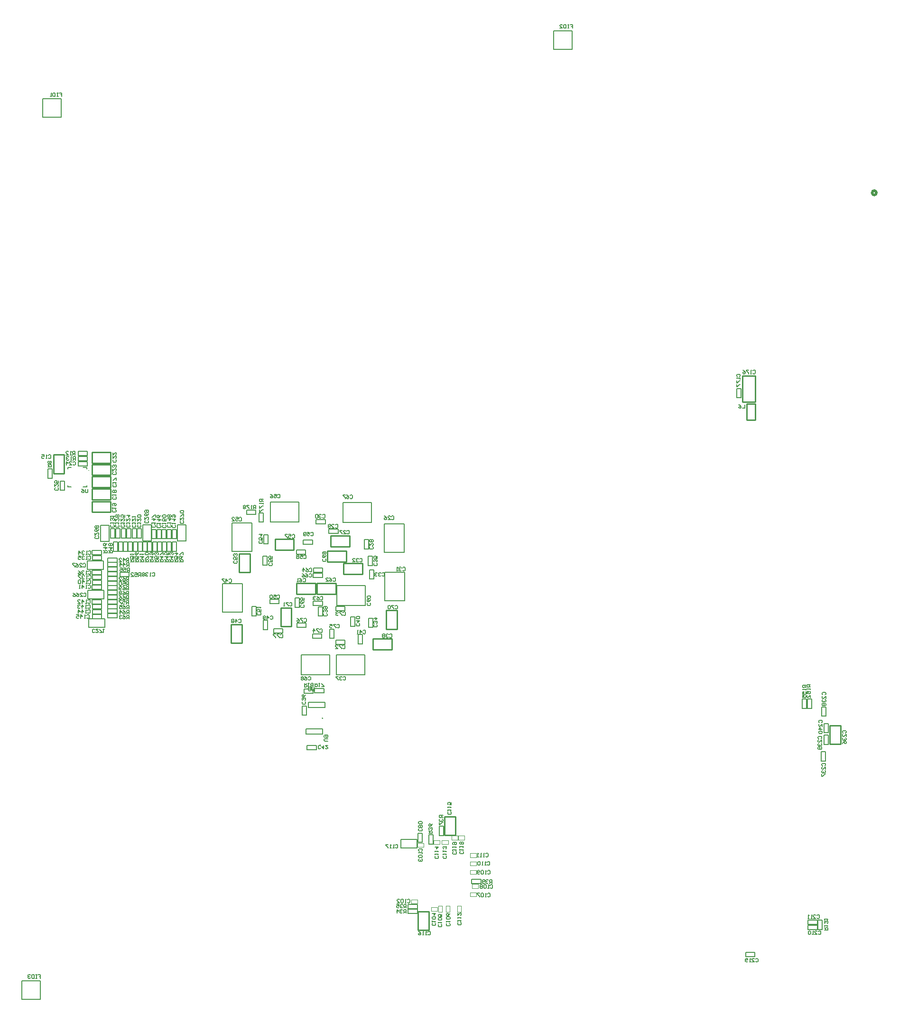
<source format=gbo>
G04*
G04 #@! TF.GenerationSoftware,Altium Limited,Altium Designer,20.1.11 (218)*
G04*
G04 Layer_Color=32896*
%FSLAX24Y24*%
%MOIN*%
G70*
G04*
G04 #@! TF.SameCoordinates,C20E3654-7A5B-4E15-AF0D-48D46733EB80*
G04*
G04*
G04 #@! TF.FilePolarity,Positive*
G04*
G01*
G75*
%ADD11C,0.0079*%
%ADD13C,0.0200*%
%ADD15C,0.0100*%
%ADD16C,0.0050*%
%ADD17C,0.0060*%
%ADD19C,0.0079*%
%ADD23C,0.0030*%
D11*
X22508Y21081D02*
G03*
X22508Y21081I-28J0D01*
G01*
X22347Y19212D02*
G03*
X22347Y19212I-28J0D01*
G01*
X22658Y21839D02*
Y22213D01*
X21476D02*
X22658D01*
X21476Y21839D02*
Y22213D01*
Y21839D02*
X22658D01*
X21315Y19970D02*
X22496D01*
X21315D02*
Y20344D01*
X22496D01*
Y19970D02*
Y20344D01*
X4576Y37359D02*
X4834D01*
X5657D02*
X5915D01*
X4576Y38698D02*
X4834D01*
X5657D02*
X5915D01*
X4576Y37359D02*
Y37430D01*
Y38627D02*
Y38698D01*
X5915Y37359D02*
Y37430D01*
Y38627D02*
Y38698D01*
D13*
X61400Y58002D02*
G03*
X61400Y58002I-150J0D01*
G01*
D15*
X7592Y39023D02*
Y39783D01*
X6282Y39023D02*
X7592D01*
X6282D02*
Y39783D01*
X7592D01*
X7593Y35565D02*
Y36325D01*
X6283Y35565D02*
X7593D01*
X6283D02*
Y36325D01*
X7593D01*
X3575Y39598D02*
X4335D01*
Y38288D02*
Y39598D01*
X3575Y38288D02*
X4335D01*
X3575D02*
Y39598D01*
X7592Y38163D02*
Y38923D01*
X6282Y38163D02*
X7592D01*
X6282D02*
Y38923D01*
X7592D01*
Y37304D02*
Y38064D01*
X6282Y37304D02*
X7592D01*
X6282D02*
Y38064D01*
X7592D01*
Y36445D02*
Y37205D01*
X6282Y36445D02*
X7592D01*
X6282D02*
Y37205D01*
X7592D01*
X22830Y32069D02*
Y32829D01*
X24140D01*
Y32069D02*
Y32829D01*
X22830Y32069D02*
X24140D01*
X24376Y33136D02*
Y33896D01*
X23066Y33136D02*
X24376D01*
X23066D02*
Y33896D01*
X24376D01*
X23963Y31204D02*
Y31964D01*
X25273D01*
Y31204D02*
Y31964D01*
X23963Y31204D02*
X25273D01*
X20669Y29822D02*
Y30582D01*
X21979D01*
Y29822D02*
Y30582D01*
X20669Y29822D02*
X21979D01*
X23405Y29822D02*
Y30582D01*
X22095Y29822D02*
X23405D01*
X22095D02*
Y30582D01*
X23405D01*
X19153Y32903D02*
Y33663D01*
X20463D01*
Y32903D02*
Y33663D01*
X19153Y32903D02*
X20463D01*
X16616Y31351D02*
X17376D01*
X16616D02*
Y32661D01*
X17376D01*
Y31351D02*
Y32661D01*
X16061Y26378D02*
X16821D01*
X16061D02*
Y27688D01*
X16821D01*
Y26378D02*
Y27688D01*
X26961Y28664D02*
X27721D01*
Y27354D02*
Y28664D01*
X26961Y27354D02*
X27721D01*
X26961D02*
Y28664D01*
X26033Y26662D02*
X27343D01*
X26033Y25902D02*
Y26662D01*
Y25902D02*
X27343D01*
Y26662D01*
X19539Y27546D02*
X20299D01*
X19539D02*
Y28856D01*
X20299D01*
Y27546D02*
Y28856D01*
X52294Y43174D02*
X52894D01*
Y42044D02*
Y43174D01*
X52294Y42044D02*
X52894D01*
X52294D02*
Y43174D01*
X51991Y45130D02*
X52891D01*
Y43310D02*
Y45130D01*
X51991Y43310D02*
X52891D01*
X51991D02*
Y45130D01*
X58126Y20593D02*
X58886D01*
Y19283D02*
Y20593D01*
X58126Y19283D02*
X58886D01*
X58126D02*
Y20593D01*
X31055Y12871D02*
Y14181D01*
Y12871D02*
X31815D01*
Y14181D01*
X31055D02*
X31815D01*
X29963Y6201D02*
Y7511D01*
X29203D02*
X29963D01*
X29203Y6201D02*
Y7511D01*
Y6201D02*
X29963D01*
D16*
X6053Y38501D02*
G03*
X6053Y38501I-20J0D01*
G01*
X52216Y4360D02*
Y4660D01*
X52866D01*
Y4360D02*
Y4660D01*
X52216Y4360D02*
X52866D01*
X57302Y6261D02*
Y6911D01*
Y6261D02*
X57602D01*
Y6911D01*
X57302D02*
X57602D01*
X56598Y6611D02*
Y6911D01*
X57248D01*
Y6611D02*
Y6911D01*
X56598Y6611D02*
X57248D01*
X56598Y6250D02*
Y6550D01*
X57248D01*
Y6250D02*
Y6550D01*
X56598Y6250D02*
X57248D01*
X29947Y12899D02*
X30247D01*
Y12249D02*
Y12899D01*
X29947Y12249D02*
X30247D01*
X29947D02*
Y12899D01*
X29147Y7364D02*
Y7664D01*
X28497Y7364D02*
X29147D01*
X28497D02*
Y7664D01*
X29147D01*
X9813Y32820D02*
Y33470D01*
X9513D02*
X9813D01*
X9513Y32820D02*
Y33470D01*
Y32820D02*
X9813D01*
X9171D02*
X9471D01*
X9171D02*
Y33470D01*
X9471D01*
Y32820D02*
Y33470D01*
X11907Y32820D02*
Y33470D01*
Y32820D02*
X12207D01*
Y33470D01*
X11907D02*
X12207D01*
X9855Y32820D02*
X10155D01*
X9855D02*
Y33470D01*
X10155D01*
Y32820D02*
Y33470D01*
X10497Y32820D02*
Y33470D01*
X10197D02*
X10497D01*
X10197Y32820D02*
Y33470D01*
Y32820D02*
X10497D01*
X10839D02*
Y33470D01*
X10539D02*
X10839D01*
X10539Y32820D02*
Y33470D01*
Y32820D02*
X10839D01*
X11181D02*
Y33470D01*
X10881D02*
X11181D01*
X10881Y32820D02*
Y33470D01*
Y32820D02*
X11181D01*
X9129D02*
Y33470D01*
X8829D02*
X9129D01*
X8829Y32820D02*
Y33470D01*
Y32820D02*
X9129D01*
X11523D02*
Y33470D01*
X11223D02*
X11523D01*
X11223Y32820D02*
Y33470D01*
Y32820D02*
X11523D01*
X11565D02*
X11865D01*
X11565D02*
Y33470D01*
X11865D01*
Y32820D02*
Y33470D01*
X8487Y32820D02*
X8787D01*
X8487D02*
Y33470D01*
X8787D01*
Y32820D02*
Y33470D01*
X21827Y22859D02*
Y23159D01*
X21177Y22859D02*
X21827D01*
X21177D02*
Y23159D01*
X21827D01*
X21045Y21306D02*
Y21956D01*
Y21306D02*
X21345D01*
Y21956D01*
X21045D02*
X21345D01*
X21929Y22871D02*
Y23170D01*
X22579D01*
Y22871D02*
Y23170D01*
X21929Y22871D02*
X22579D01*
X21399Y19193D02*
X22049D01*
X21399Y18893D02*
Y19193D01*
Y18893D02*
X22049D01*
Y19193D01*
X8729Y33746D02*
Y34396D01*
Y33746D02*
X9029D01*
Y34396D01*
X8729D02*
X9029D01*
X9468Y33746D02*
Y34396D01*
Y33746D02*
X9768D01*
Y34396D01*
X9468D02*
X9768D01*
X8346Y33746D02*
Y34396D01*
Y33746D02*
X8646D01*
Y34396D01*
X8346D02*
X8646D01*
X7582Y33746D02*
Y34396D01*
Y33746D02*
X7882D01*
Y34396D01*
X7582D02*
X7882D01*
X7964Y33746D02*
Y34396D01*
Y33746D02*
X8264D01*
Y34396D01*
X7964D02*
X8264D01*
X9111Y33746D02*
Y34396D01*
Y33746D02*
X9411D01*
Y34396D01*
X9111D02*
X9411D01*
X3178Y37961D02*
X3478D01*
X3178D02*
Y38611D01*
X3478D01*
Y37961D02*
Y38611D01*
X5958Y39541D02*
Y39841D01*
X5308Y39541D02*
X5958D01*
X5308D02*
Y39841D01*
X5958D01*
X5308Y38822D02*
X5958D01*
Y39122D01*
X5308D02*
X5958D01*
X5308Y38822D02*
Y39122D01*
X4370Y37102D02*
Y37752D01*
X4070D02*
X4370D01*
X4070Y37102D02*
Y37752D01*
Y37102D02*
X4370D01*
X5308Y39181D02*
Y39481D01*
X5958D01*
Y39181D02*
Y39481D01*
X5308Y39181D02*
X5958D01*
X11199Y33699D02*
Y34349D01*
Y33699D02*
X11499D01*
Y34349D01*
X11199D02*
X11499D01*
X8053Y31077D02*
Y31377D01*
X7403Y31077D02*
X8053D01*
X7403D02*
Y31377D01*
X8053D01*
X7403Y28138D02*
Y28438D01*
X8053D01*
Y28138D02*
Y28438D01*
X7403Y28138D02*
X8053D01*
X7403Y29444D02*
Y29745D01*
X8053D01*
Y29444D02*
Y29745D01*
X7403Y29444D02*
X8053D01*
X7403Y28465D02*
Y28765D01*
X8053D01*
Y28465D02*
Y28765D01*
X7403Y28465D02*
X8053D01*
X7403Y32357D02*
X8053D01*
X7403Y32057D02*
Y32357D01*
Y32057D02*
X8053D01*
Y32357D01*
X8103Y32820D02*
Y33470D01*
X7803D02*
X8103D01*
X7803Y32820D02*
Y33470D01*
Y32820D02*
X8103D01*
X11548Y34349D02*
X11848D01*
Y33699D02*
Y34349D01*
X11548Y33699D02*
X11848D01*
X11548D02*
Y34349D01*
X11911Y34350D02*
X12211D01*
Y33700D02*
Y34350D01*
X11911Y33700D02*
X12211D01*
X11911D02*
Y34350D01*
X7403Y28791D02*
X8053D01*
Y29091D01*
X7403D02*
X8053D01*
X7403Y28791D02*
Y29091D01*
Y29418D02*
X8053D01*
X7403Y29118D02*
Y29418D01*
Y29118D02*
X8053D01*
Y29418D01*
X8903Y31036D02*
Y31336D01*
X8253Y31036D02*
X8903D01*
X8253D02*
Y31336D01*
X8903D01*
X8445Y32820D02*
Y33470D01*
X8145D02*
X8445D01*
X8145Y32820D02*
Y33470D01*
Y32820D02*
X8445D01*
X7403Y32030D02*
X8053D01*
X7403Y31730D02*
Y32030D01*
Y31730D02*
X8053D01*
Y32030D01*
X7403Y31704D02*
X8053D01*
X7403Y31404D02*
Y31704D01*
Y31404D02*
X8053D01*
Y31704D01*
X7403Y30751D02*
X8053D01*
Y31051D01*
X7403D02*
X8053D01*
X7403Y30751D02*
Y31051D01*
Y30724D02*
X8053D01*
X7403Y30424D02*
Y30724D01*
Y30424D02*
X8053D01*
Y30724D01*
X7403Y30098D02*
X8053D01*
Y30398D01*
X7403D02*
X8053D01*
X7403Y30098D02*
Y30398D01*
Y29771D02*
X8053D01*
Y30071D01*
X7403D02*
X8053D01*
X7403Y29771D02*
Y30071D01*
X6298Y32565D02*
Y32865D01*
X6948D01*
Y32565D02*
Y32865D01*
X6298Y32565D02*
X6948D01*
X6304Y32208D02*
Y32508D01*
X6954D01*
Y32208D02*
Y32508D01*
X6304Y32208D02*
X6954D01*
X6301Y31177D02*
Y31477D01*
X6951D01*
Y31177D02*
Y31477D01*
X6301Y31177D02*
X6951D01*
X6305Y30838D02*
Y31138D01*
X6955D01*
Y30838D02*
Y31138D01*
X6305Y30838D02*
X6955D01*
X6305Y30492D02*
Y30792D01*
X6955D01*
Y30492D02*
Y30792D01*
X6305Y30492D02*
X6955D01*
X6302Y30146D02*
Y30446D01*
X6952D01*
Y30146D02*
Y30446D01*
X6302Y30146D02*
X6952D01*
X6305Y28079D02*
Y28379D01*
X6955D01*
Y28079D02*
Y28379D01*
X6305Y28079D02*
X6955D01*
X6305Y28426D02*
Y28726D01*
X6955D01*
Y28426D02*
Y28726D01*
X6305Y28426D02*
X6955D01*
X6305Y28771D02*
Y29071D01*
X6955D01*
Y28771D02*
Y29071D01*
X6305Y28771D02*
X6955D01*
X6303Y29125D02*
Y29425D01*
X6953D01*
Y29125D02*
Y29425D01*
X6303Y29125D02*
X6953D01*
X10850Y34349D02*
X11150D01*
Y33699D02*
Y34349D01*
X10850Y33699D02*
X11150D01*
X10850D02*
Y34349D01*
X10502D02*
X10802D01*
Y33699D02*
Y34349D01*
X10502Y33699D02*
X10802D01*
X10502D02*
Y34349D01*
X17145Y35403D02*
Y35703D01*
X17795D01*
Y35403D02*
Y35703D01*
X17145Y35403D02*
X17795D01*
X18020Y35514D02*
X18320D01*
Y34864D02*
Y35514D01*
X18020Y34864D02*
X18320D01*
X18020D02*
Y35514D01*
X26014Y27478D02*
Y28128D01*
X25714D02*
X26014D01*
X25714Y27478D02*
Y28128D01*
Y27478D02*
X26014D01*
X22028Y34755D02*
X22678D01*
Y35055D01*
X22028D02*
X22678D01*
X22028Y34755D02*
Y35055D01*
X22923Y34071D02*
X23573D01*
Y34371D01*
X22923D02*
X23573D01*
X22923Y34071D02*
Y34371D01*
X25406Y32985D02*
Y33635D01*
Y32985D02*
X25706D01*
Y33635D01*
X25406D02*
X25706D01*
X25698Y31828D02*
Y32478D01*
Y31828D02*
X25998D01*
Y32478D01*
X25698D02*
X25998D01*
X26088Y30868D02*
Y31518D01*
X25788D02*
X26088D01*
X25788Y30868D02*
Y31518D01*
Y30868D02*
X26088D01*
X21840Y31349D02*
X22490D01*
Y31649D01*
X21840D02*
X22490D01*
X21840Y31349D02*
Y31649D01*
X21833Y31292D02*
X22483D01*
X21833Y30992D02*
Y31292D01*
Y30992D02*
X22483D01*
Y31292D01*
X20640Y32619D02*
X21290D01*
Y32919D01*
X20640D02*
X21290D01*
X20640Y32619D02*
Y32919D01*
X18342Y33341D02*
Y33991D01*
Y33341D02*
X18642D01*
Y33991D01*
X18342D02*
X18642D01*
X18302Y31840D02*
Y32490D01*
Y31840D02*
X18602D01*
Y32490D01*
X18302D02*
X18602D01*
X17808Y28290D02*
Y28940D01*
X17507D02*
X17808D01*
X17507Y28290D02*
Y28940D01*
Y28290D02*
X17808D01*
X20547Y28885D02*
Y29535D01*
Y28885D02*
X20847D01*
Y29535D01*
X20547D02*
X20847D01*
X21824Y29320D02*
X22474D01*
X21824Y29020D02*
Y29320D01*
Y29020D02*
X22474D01*
Y29320D01*
X22175Y28927D02*
X22475D01*
Y28277D02*
Y28927D01*
X22175Y28277D02*
X22475D01*
X22175D02*
Y28927D01*
X23409Y28634D02*
X24059D01*
Y28934D01*
X23409D02*
X24059D01*
X23409Y28634D02*
Y28934D01*
X18779Y29138D02*
X19429D01*
Y29438D01*
X18779D02*
X19429D01*
X18779Y29138D02*
Y29438D01*
X18608Y27317D02*
Y27967D01*
X18308D02*
X18608D01*
X18308Y27317D02*
Y27967D01*
Y27317D02*
X18608D01*
X19051Y27373D02*
X19701D01*
X19051Y27073D02*
Y27373D01*
Y27073D02*
X19701D01*
Y27373D01*
X20674Y27474D02*
X21324D01*
Y27774D01*
X20674D02*
X21324D01*
X20674Y27474D02*
Y27774D01*
X21779Y26696D02*
X22429D01*
Y26996D01*
X21779D02*
X22429D01*
X21779Y26696D02*
Y26996D01*
X23294Y26708D02*
Y27358D01*
X22994D02*
X23294D01*
X22994Y26708D02*
Y27358D01*
Y26708D02*
X23294D01*
X23412Y26278D02*
X24062D01*
Y26578D01*
X23412D02*
X24062D01*
X23412Y26278D02*
Y26578D01*
X24971Y26328D02*
Y26978D01*
Y26328D02*
X25271D01*
Y26978D01*
X24971D02*
X25271D01*
X24455Y27549D02*
Y28199D01*
Y27549D02*
X24755D01*
Y28199D01*
X24455D02*
X24755D01*
X21130Y33326D02*
X21780D01*
Y33626D01*
X21130D02*
X21780D01*
X21130Y33326D02*
Y33626D01*
X51594Y44256D02*
X51894D01*
Y43606D02*
Y44256D01*
X51594Y43606D02*
X51894D01*
X51594D02*
Y44256D01*
X57831Y18081D02*
Y18731D01*
X57531D02*
X57831D01*
X57531Y18081D02*
Y18731D01*
Y18081D02*
X57831D01*
X57538Y21231D02*
Y21881D01*
Y21231D02*
X57838D01*
Y21881D01*
X57538D02*
X57838D01*
X56548Y21791D02*
X56848D01*
X56548D02*
Y22441D01*
X56848D01*
Y21791D02*
Y22441D01*
X56186Y22439D02*
X56486D01*
Y21789D02*
Y22439D01*
X56186Y21789D02*
X56486D01*
X56186D02*
Y22439D01*
X57714Y19247D02*
Y19897D01*
Y19247D02*
X58014D01*
Y19897D01*
X57714D02*
X58014D01*
X58021Y20072D02*
Y20722D01*
X57721D02*
X58021D01*
X57721Y20072D02*
Y20722D01*
Y20072D02*
X58021D01*
X30980Y12852D02*
Y13502D01*
X30680D02*
X30980D01*
X30680Y12852D02*
Y13502D01*
Y12852D02*
X30980D01*
X29191Y13012D02*
X29491D01*
Y12362D02*
Y13012D01*
X29191Y12362D02*
X29491D01*
X29191D02*
Y13012D01*
X28501Y7717D02*
X29151D01*
Y8017D01*
X28501D02*
X29151D01*
X28501Y7717D02*
Y8017D01*
X32961Y9487D02*
X33611D01*
Y9787D01*
X32961D02*
X33611D01*
X32961Y9487D02*
Y9787D01*
X2837Y64599D02*
X4137D01*
X2837Y63299D02*
X4137D01*
Y64599D01*
X2837Y63299D02*
Y64599D01*
X38722Y69393D02*
X40022D01*
X38722Y68093D02*
X40022D01*
Y69393D01*
X38722Y68093D02*
Y69393D01*
X1350Y2650D02*
X2650D01*
X1350Y1350D02*
X2650D01*
Y2650D01*
X1350Y1350D02*
Y2650D01*
X52909Y4184D02*
X52950Y4226D01*
X53034D01*
X53075Y4184D01*
Y4018D01*
X53034Y3976D01*
X52950D01*
X52909Y4018D01*
X52659Y3976D02*
X52825D01*
X52659Y4143D01*
Y4184D01*
X52700Y4226D01*
X52784D01*
X52825Y4184D01*
X52575Y3976D02*
X52492D01*
X52534D01*
Y4226D01*
X52575Y4184D01*
X52367Y4018D02*
X52326Y3976D01*
X52242D01*
X52201Y4018D01*
Y4184D01*
X52242Y4226D01*
X52326D01*
X52367Y4184D01*
Y4143D01*
X52326Y4101D01*
X52201D01*
X57738Y6216D02*
X57988D01*
Y6341D01*
X57946Y6382D01*
X57863D01*
X57821Y6341D01*
Y6216D01*
Y6299D02*
X57738Y6382D01*
Y6466D02*
Y6549D01*
Y6507D01*
X57988D01*
X57946Y6466D01*
Y6674D02*
X57988Y6715D01*
Y6799D01*
X57946Y6840D01*
X57904D01*
X57863Y6799D01*
Y6757D01*
Y6799D01*
X57821Y6840D01*
X57779D01*
X57738Y6799D01*
Y6715D01*
X57779Y6674D01*
X57738Y6924D02*
Y7007D01*
Y6965D01*
X57988D01*
X57946Y6924D01*
X57217Y7236D02*
X57259Y7277D01*
X57342D01*
X57384Y7236D01*
Y7069D01*
X57342Y7027D01*
X57259D01*
X57217Y7069D01*
X56968Y7027D02*
X57134D01*
X56968Y7194D01*
Y7236D01*
X57009Y7277D01*
X57092D01*
X57134Y7236D01*
X56884Y7027D02*
X56801D01*
X56843D01*
Y7277D01*
X56884Y7236D01*
X56676Y7027D02*
X56593D01*
X56634D01*
Y7277D01*
X56676Y7236D01*
X57318Y6104D02*
X57360Y6145D01*
X57443D01*
X57485Y6104D01*
Y5937D01*
X57443Y5896D01*
X57360D01*
X57318Y5937D01*
X57068Y5896D02*
X57235D01*
X57068Y6062D01*
Y6104D01*
X57110Y6145D01*
X57193D01*
X57235Y6104D01*
X56985Y5896D02*
X56902D01*
X56943D01*
Y6145D01*
X56985Y6104D01*
X56777D02*
X56735Y6145D01*
X56652D01*
X56610Y6104D01*
Y5937D01*
X56652Y5896D01*
X56735D01*
X56777Y5937D01*
Y6104D01*
X10206Y34967D02*
X10248Y34925D01*
Y34842D01*
X10206Y34800D01*
X10040D01*
X9998Y34842D01*
Y34925D01*
X10040Y34967D01*
X9998Y35217D02*
Y35050D01*
X10165Y35217D01*
X10206D01*
X10248Y35175D01*
Y35092D01*
X10206Y35050D01*
X10248Y35467D02*
X10206Y35384D01*
X10123Y35300D01*
X10040D01*
X9998Y35342D01*
Y35425D01*
X10040Y35467D01*
X10081D01*
X10123Y35425D01*
Y35300D01*
X10040Y35550D02*
X9998Y35592D01*
Y35675D01*
X10040Y35717D01*
X10206D01*
X10248Y35675D01*
Y35592D01*
X10206Y35550D01*
X10165D01*
X10123Y35592D01*
Y35717D01*
X10005Y32063D02*
X10255D01*
Y32188D01*
X10213Y32229D01*
X10130D01*
X10088Y32188D01*
Y32063D01*
Y32146D02*
X10005Y32229D01*
X10255Y32313D02*
Y32479D01*
X10213D01*
X10046Y32313D01*
X10005D01*
X10213Y32563D02*
X10255Y32604D01*
Y32688D01*
X10213Y32729D01*
X10046D01*
X10005Y32688D01*
Y32604D01*
X10046Y32563D01*
X10213D01*
X22847Y19489D02*
X22639D01*
X22597Y19530D01*
Y19614D01*
X22639Y19655D01*
X22847D01*
X22639Y19739D02*
X22597Y19780D01*
Y19864D01*
X22639Y19905D01*
X22805D01*
X22847Y19864D01*
Y19780D01*
X22805Y19739D01*
X22764D01*
X22722Y19780D01*
Y19905D01*
X21899Y23273D02*
Y23065D01*
X21858Y23023D01*
X21774D01*
X21733Y23065D01*
Y23273D01*
X21649Y23231D02*
X21608Y23273D01*
X21524D01*
X21483Y23231D01*
Y23190D01*
X21524Y23148D01*
X21483Y23106D01*
Y23065D01*
X21524Y23023D01*
X21608D01*
X21649Y23065D01*
Y23106D01*
X21608Y23148D01*
X21649Y23190D01*
Y23231D01*
X21608Y23148D02*
X21524D01*
X5986Y37191D02*
Y36983D01*
X5944Y36942D01*
X5861D01*
X5819Y36983D01*
Y37191D01*
X5569D02*
X5652Y37150D01*
X5736Y37066D01*
Y36983D01*
X5694Y36942D01*
X5611D01*
X5569Y36983D01*
Y37025D01*
X5611Y37066D01*
X5736D01*
X17785Y35802D02*
Y36051D01*
X17660D01*
X17619Y36010D01*
Y35927D01*
X17660Y35885D01*
X17785D01*
X17702D02*
X17619Y35802D01*
X17536D02*
X17452D01*
X17494D01*
Y36051D01*
X17536Y36010D01*
X17327Y36051D02*
X17161D01*
Y36010D01*
X17327Y35843D01*
Y35802D01*
X17077Y36010D02*
X17036Y36051D01*
X16952D01*
X16911Y36010D01*
Y35968D01*
X16952Y35927D01*
X16911Y35885D01*
Y35843D01*
X16952Y35802D01*
X17036D01*
X17077Y35843D01*
Y35885D01*
X17036Y35927D01*
X17077Y35968D01*
Y36010D01*
X17036Y35927D02*
X16952D01*
X18308Y36467D02*
X18058D01*
Y36342D01*
X18099Y36300D01*
X18183D01*
X18224Y36342D01*
Y36467D01*
Y36383D02*
X18308Y36300D01*
Y36217D02*
Y36134D01*
Y36175D01*
X18058D01*
X18099Y36217D01*
X18058Y36009D02*
Y35842D01*
X18099D01*
X18266Y36009D01*
X18308D01*
X18058Y35759D02*
Y35592D01*
X18099D01*
X18266Y35759D01*
X18308D01*
X56461Y23407D02*
X56211D01*
Y23282D01*
X56253Y23240D01*
X56336D01*
X56378Y23282D01*
Y23407D01*
Y23324D02*
X56461Y23240D01*
Y23157D02*
Y23074D01*
Y23115D01*
X56211D01*
X56253Y23157D01*
X56211Y22782D02*
Y22949D01*
X56336D01*
X56294Y22865D01*
Y22824D01*
X56336Y22782D01*
X56419D01*
X56461Y22824D01*
Y22907D01*
X56419Y22949D01*
X56211Y22532D02*
Y22699D01*
X56336D01*
X56294Y22615D01*
Y22574D01*
X56336Y22532D01*
X56419D01*
X56461Y22574D01*
Y22657D01*
X56419Y22699D01*
X56768Y23433D02*
X56518D01*
Y23308D01*
X56559Y23266D01*
X56643D01*
X56684Y23308D01*
Y23433D01*
Y23350D02*
X56768Y23266D01*
Y23183D02*
Y23100D01*
Y23141D01*
X56518D01*
X56559Y23183D01*
X56518Y22808D02*
Y22975D01*
X56643D01*
X56601Y22892D01*
Y22850D01*
X56643Y22808D01*
X56726D01*
X56768Y22850D01*
Y22933D01*
X56726Y22975D01*
X56768Y22558D02*
Y22725D01*
X56601Y22558D01*
X56559D01*
X56518Y22600D01*
Y22683D01*
X56559Y22725D01*
X8869Y30096D02*
Y30346D01*
X8744D01*
X8703Y30305D01*
Y30221D01*
X8744Y30180D01*
X8869D01*
X8786D02*
X8703Y30096D01*
X8453Y30346D02*
X8536Y30305D01*
X8619Y30221D01*
Y30138D01*
X8578Y30096D01*
X8494D01*
X8453Y30138D01*
Y30180D01*
X8494Y30221D01*
X8619D01*
X8369Y30138D02*
X8328Y30096D01*
X8244D01*
X8203Y30138D01*
Y30305D01*
X8244Y30346D01*
X8328D01*
X8369Y30305D01*
Y30263D01*
X8328Y30221D01*
X8203D01*
X8869Y29768D02*
Y30018D01*
X8744D01*
X8703Y29976D01*
Y29893D01*
X8744Y29851D01*
X8869D01*
X8786D02*
X8703Y29768D01*
X8453Y30018D02*
X8536Y29976D01*
X8619Y29893D01*
Y29810D01*
X8578Y29768D01*
X8494D01*
X8453Y29810D01*
Y29851D01*
X8494Y29893D01*
X8619D01*
X8369Y29976D02*
X8328Y30018D01*
X8244D01*
X8203Y29976D01*
Y29935D01*
X8244Y29893D01*
X8203Y29851D01*
Y29810D01*
X8244Y29768D01*
X8328D01*
X8369Y29810D01*
Y29851D01*
X8328Y29893D01*
X8369Y29935D01*
Y29976D01*
X8328Y29893D02*
X8244D01*
X12427Y32063D02*
X12677D01*
Y32188D01*
X12635Y32229D01*
X12552D01*
X12511Y32188D01*
Y32063D01*
Y32146D02*
X12427Y32229D01*
X12677Y32479D02*
X12635Y32396D01*
X12552Y32313D01*
X12469D01*
X12427Y32354D01*
Y32438D01*
X12469Y32479D01*
X12511D01*
X12552Y32438D01*
Y32313D01*
X12677Y32563D02*
Y32729D01*
X12635D01*
X12469Y32563D01*
X12427D01*
X8869Y29445D02*
Y29695D01*
X8744D01*
X8703Y29653D01*
Y29570D01*
X8744Y29528D01*
X8869D01*
X8786D02*
X8703Y29445D01*
X8453Y29695D02*
X8536Y29653D01*
X8619Y29570D01*
Y29487D01*
X8578Y29445D01*
X8494D01*
X8453Y29487D01*
Y29528D01*
X8494Y29570D01*
X8619D01*
X8203Y29695D02*
X8286Y29653D01*
X8369Y29570D01*
Y29487D01*
X8328Y29445D01*
X8244D01*
X8203Y29487D01*
Y29528D01*
X8244Y29570D01*
X8369D01*
X8876Y28773D02*
Y29023D01*
X8751D01*
X8709Y28981D01*
Y28898D01*
X8751Y28856D01*
X8876D01*
X8792D02*
X8709Y28773D01*
X8459Y29023D02*
X8543Y28981D01*
X8626Y28898D01*
Y28815D01*
X8584Y28773D01*
X8501D01*
X8459Y28815D01*
Y28856D01*
X8501Y28898D01*
X8626D01*
X8209Y29023D02*
X8376D01*
Y28898D01*
X8293Y28940D01*
X8251D01*
X8209Y28898D01*
Y28815D01*
X8251Y28773D01*
X8334D01*
X8376Y28815D01*
X8872Y28417D02*
Y28667D01*
X8747D01*
X8706Y28626D01*
Y28542D01*
X8747Y28501D01*
X8872D01*
X8789D02*
X8706Y28417D01*
X8456Y28667D02*
X8539Y28626D01*
X8622Y28542D01*
Y28459D01*
X8581Y28417D01*
X8497D01*
X8456Y28459D01*
Y28501D01*
X8497Y28542D01*
X8622D01*
X8248Y28417D02*
Y28667D01*
X8372Y28542D01*
X8206D01*
X8876Y28077D02*
Y28327D01*
X8751D01*
X8710Y28285D01*
Y28202D01*
X8751Y28160D01*
X8876D01*
X8793D02*
X8710Y28077D01*
X8460Y28327D02*
X8543Y28285D01*
X8626Y28202D01*
Y28119D01*
X8585Y28077D01*
X8501D01*
X8460Y28119D01*
Y28160D01*
X8501Y28202D01*
X8626D01*
X8376Y28285D02*
X8335Y28327D01*
X8251D01*
X8210Y28285D01*
Y28244D01*
X8251Y28202D01*
X8293D01*
X8251D01*
X8210Y28160D01*
Y28119D01*
X8251Y28077D01*
X8335D01*
X8376Y28119D01*
X8869Y30749D02*
Y30999D01*
X8744D01*
X8703Y30957D01*
Y30874D01*
X8744Y30832D01*
X8869D01*
X8786D02*
X8703Y30749D01*
X8453Y30999D02*
X8536Y30957D01*
X8619Y30874D01*
Y30790D01*
X8578Y30749D01*
X8494D01*
X8453Y30790D01*
Y30832D01*
X8494Y30874D01*
X8619D01*
X8203Y30749D02*
X8369D01*
X8203Y30915D01*
Y30957D01*
X8244Y30999D01*
X8328D01*
X8369Y30957D01*
X8853Y29117D02*
Y29367D01*
X8728D01*
X8686Y29326D01*
Y29242D01*
X8728Y29201D01*
X8853D01*
X8769D02*
X8686Y29117D01*
X8436Y29367D02*
X8603D01*
Y29242D01*
X8519Y29284D01*
X8478D01*
X8436Y29242D01*
Y29159D01*
X8478Y29117D01*
X8561D01*
X8603Y29159D01*
X8353Y29367D02*
X8186D01*
Y29326D01*
X8353Y29159D01*
Y29117D01*
X9313Y32063D02*
X9562D01*
Y32188D01*
X9521Y32229D01*
X9437D01*
X9396Y32188D01*
Y32063D01*
Y32146D02*
X9313Y32229D01*
X9562Y32479D02*
Y32313D01*
X9437D01*
X9479Y32396D01*
Y32438D01*
X9437Y32479D01*
X9354D01*
X9313Y32438D01*
Y32354D01*
X9354Y32313D01*
X9562Y32729D02*
X9521Y32646D01*
X9437Y32563D01*
X9354D01*
X9313Y32604D01*
Y32688D01*
X9354Y32729D01*
X9396D01*
X9437Y32688D01*
Y32563D01*
X8911Y31387D02*
Y31637D01*
X8786D01*
X8744Y31595D01*
Y31512D01*
X8786Y31470D01*
X8911D01*
X8828D02*
X8744Y31387D01*
X8494Y31637D02*
X8661D01*
Y31512D01*
X8578Y31554D01*
X8536D01*
X8494Y31512D01*
Y31429D01*
X8536Y31387D01*
X8619D01*
X8661Y31429D01*
X8245Y31637D02*
X8411D01*
Y31512D01*
X8328Y31554D01*
X8286D01*
X8245Y31512D01*
Y31429D01*
X8286Y31387D01*
X8370D01*
X8411Y31429D01*
X12081Y32063D02*
X12331D01*
Y32188D01*
X12289Y32229D01*
X12206D01*
X12164Y32188D01*
Y32063D01*
Y32146D02*
X12081Y32229D01*
X12331Y32479D02*
Y32313D01*
X12206D01*
X12248Y32396D01*
Y32438D01*
X12206Y32479D01*
X12123D01*
X12081Y32438D01*
Y32354D01*
X12123Y32313D01*
X12081Y32688D02*
X12331D01*
X12206Y32563D01*
Y32729D01*
X10697Y32063D02*
X10947D01*
Y32188D01*
X10905Y32229D01*
X10822D01*
X10780Y32188D01*
Y32063D01*
Y32146D02*
X10697Y32229D01*
X10947Y32479D02*
Y32313D01*
X10822D01*
X10863Y32396D01*
Y32438D01*
X10822Y32479D01*
X10738D01*
X10697Y32438D01*
Y32354D01*
X10738Y32313D01*
X10905Y32563D02*
X10947Y32604D01*
Y32688D01*
X10905Y32729D01*
X10863D01*
X10822Y32688D01*
Y32646D01*
Y32688D01*
X10780Y32729D01*
X10738D01*
X10697Y32688D01*
Y32604D01*
X10738Y32563D01*
X9704Y31058D02*
Y31308D01*
X9579D01*
X9537Y31267D01*
Y31183D01*
X9579Y31142D01*
X9704D01*
X9620D02*
X9537Y31058D01*
X9287Y31308D02*
X9454D01*
Y31183D01*
X9370Y31225D01*
X9329D01*
X9287Y31183D01*
Y31100D01*
X9329Y31058D01*
X9412D01*
X9454Y31100D01*
X9037Y31058D02*
X9204D01*
X9037Y31225D01*
Y31267D01*
X9079Y31308D01*
X9162D01*
X9204Y31267D01*
X8983Y32068D02*
X9233D01*
Y32193D01*
X9191Y32235D01*
X9108D01*
X9066Y32193D01*
Y32068D01*
Y32152D02*
X8983Y32235D01*
X9233Y32485D02*
Y32318D01*
X9108D01*
X9150Y32402D01*
Y32443D01*
X9108Y32485D01*
X9025D01*
X8983Y32443D01*
Y32360D01*
X9025Y32318D01*
X8983Y32568D02*
Y32652D01*
Y32610D01*
X9233D01*
X9191Y32568D01*
X8869Y30424D02*
Y30674D01*
X8744D01*
X8703Y30632D01*
Y30549D01*
X8744Y30507D01*
X8869D01*
X8786D02*
X8703Y30424D01*
X8453Y30674D02*
X8619D01*
Y30549D01*
X8536Y30591D01*
X8494D01*
X8453Y30549D01*
Y30466D01*
X8494Y30424D01*
X8578D01*
X8619Y30466D01*
X8369Y30632D02*
X8328Y30674D01*
X8244D01*
X8203Y30632D01*
Y30466D01*
X8244Y30424D01*
X8328D01*
X8369Y30466D01*
Y30632D01*
X10351Y32063D02*
X10601D01*
Y32188D01*
X10559Y32229D01*
X10476D01*
X10434Y32188D01*
Y32063D01*
Y32146D02*
X10351Y32229D01*
Y32438D02*
X10601D01*
X10476Y32313D01*
Y32479D01*
X10392Y32563D02*
X10351Y32604D01*
Y32688D01*
X10392Y32729D01*
X10559D01*
X10601Y32688D01*
Y32604D01*
X10559Y32563D01*
X10517D01*
X10476Y32604D01*
Y32729D01*
X7462Y32707D02*
X7712D01*
Y32832D01*
X7670Y32874D01*
X7587D01*
X7545Y32832D01*
Y32707D01*
Y32791D02*
X7462Y32874D01*
Y33082D02*
X7712D01*
X7587Y32957D01*
Y33124D01*
X7670Y33207D02*
X7712Y33249D01*
Y33332D01*
X7670Y33374D01*
X7628D01*
X7587Y33332D01*
X7545Y33374D01*
X7504D01*
X7462Y33332D01*
Y33249D01*
X7504Y33207D01*
X7545D01*
X7587Y33249D01*
X7628Y33207D01*
X7670D01*
X7587Y33249D02*
Y33332D01*
X11043Y32063D02*
X11293D01*
Y32188D01*
X11251Y32229D01*
X11168D01*
X11126Y32188D01*
Y32063D01*
Y32146D02*
X11043Y32229D01*
Y32438D02*
X11293D01*
X11168Y32313D01*
Y32479D01*
X11293Y32563D02*
Y32729D01*
X11251D01*
X11085Y32563D01*
X11043D01*
X7091Y32718D02*
X7341D01*
Y32843D01*
X7300Y32884D01*
X7216D01*
X7175Y32843D01*
Y32718D01*
Y32801D02*
X7091Y32884D01*
Y33093D02*
X7341D01*
X7216Y32968D01*
Y33134D01*
X7341Y33384D02*
X7300Y33301D01*
X7216Y33218D01*
X7133D01*
X7091Y33259D01*
Y33343D01*
X7133Y33384D01*
X7175D01*
X7216Y33343D01*
Y33218D01*
X11389Y32063D02*
X11639D01*
Y32188D01*
X11597Y32229D01*
X11514D01*
X11472Y32188D01*
Y32063D01*
Y32146D02*
X11389Y32229D01*
Y32438D02*
X11639D01*
X11514Y32313D01*
Y32479D01*
X11639Y32729D02*
Y32563D01*
X11514D01*
X11556Y32646D01*
Y32688D01*
X11514Y32729D01*
X11431D01*
X11389Y32688D01*
Y32604D01*
X11431Y32563D01*
X8872Y31754D02*
Y32004D01*
X8747D01*
X8706Y31963D01*
Y31879D01*
X8747Y31838D01*
X8872D01*
X8789D02*
X8706Y31754D01*
X8497D02*
Y32004D01*
X8622Y31879D01*
X8456D01*
X8247Y31754D02*
Y32004D01*
X8372Y31879D01*
X8206D01*
X11735Y32063D02*
X11985D01*
Y32188D01*
X11943Y32229D01*
X11860D01*
X11818Y32188D01*
Y32063D01*
Y32146D02*
X11735Y32229D01*
Y32438D02*
X11985D01*
X11860Y32313D01*
Y32479D01*
X11943Y32563D02*
X11985Y32604D01*
Y32688D01*
X11943Y32729D01*
X11902D01*
X11860Y32688D01*
Y32646D01*
Y32688D01*
X11818Y32729D01*
X11777D01*
X11735Y32688D01*
Y32604D01*
X11777Y32563D01*
X8868Y32083D02*
Y32333D01*
X8743D01*
X8702Y32291D01*
Y32208D01*
X8743Y32166D01*
X8868D01*
X8785D02*
X8702Y32083D01*
X8494D02*
Y32333D01*
X8619Y32208D01*
X8452D01*
X8202Y32083D02*
X8369D01*
X8202Y32250D01*
Y32291D01*
X8244Y32333D01*
X8327D01*
X8369Y32291D01*
X9659Y32063D02*
X9909D01*
Y32188D01*
X9867Y32229D01*
X9784D01*
X9742Y32188D01*
Y32063D01*
Y32146D02*
X9659Y32229D01*
Y32438D02*
X9909D01*
X9784Y32313D01*
Y32479D01*
X9659Y32563D02*
Y32646D01*
Y32604D01*
X9909D01*
X9867Y32563D01*
X34379Y9487D02*
Y9737D01*
X34254D01*
X34213Y9695D01*
Y9612D01*
X34254Y9570D01*
X34379D01*
X34296D02*
X34213Y9487D01*
X34129Y9695D02*
X34088Y9737D01*
X34004D01*
X33963Y9695D01*
Y9653D01*
X34004Y9612D01*
X34046D01*
X34004D01*
X33963Y9570D01*
Y9528D01*
X34004Y9487D01*
X34088D01*
X34129Y9528D01*
X33879D02*
X33838Y9487D01*
X33755D01*
X33713Y9528D01*
Y9695D01*
X33755Y9737D01*
X33838D01*
X33879Y9695D01*
Y9653D01*
X33838Y9612D01*
X33713D01*
X30944Y14262D02*
X30694D01*
Y14137D01*
X30736Y14095D01*
X30819D01*
X30861Y14137D01*
Y14262D01*
Y14178D02*
X30944Y14095D01*
X30736Y14012D02*
X30694Y13970D01*
Y13887D01*
X30736Y13845D01*
X30778D01*
X30819Y13887D01*
Y13928D01*
Y13887D01*
X30861Y13845D01*
X30903D01*
X30944Y13887D01*
Y13970D01*
X30903Y14012D01*
X30694Y13762D02*
Y13595D01*
X30736D01*
X30903Y13762D01*
X30944D01*
X29948Y12998D02*
X30198D01*
Y13123D01*
X30156Y13165D01*
X30073D01*
X30031Y13123D01*
Y12998D01*
Y13081D02*
X29948Y13165D01*
X30156Y13248D02*
X30198Y13290D01*
Y13373D01*
X30156Y13415D01*
X30115D01*
X30073Y13373D01*
Y13331D01*
Y13373D01*
X30031Y13415D01*
X29990D01*
X29948Y13373D01*
Y13290D01*
X29990Y13248D01*
X30198Y13664D02*
X30156Y13581D01*
X30073Y13498D01*
X29990D01*
X29948Y13539D01*
Y13623D01*
X29990Y13664D01*
X30031D01*
X30073Y13623D01*
Y13498D01*
X28368Y7762D02*
Y8012D01*
X28243D01*
X28201Y7970D01*
Y7887D01*
X28243Y7846D01*
X28368D01*
X28284D02*
X28201Y7762D01*
X28118Y7970D02*
X28076Y8012D01*
X27993D01*
X27951Y7970D01*
Y7929D01*
X27993Y7887D01*
X28034D01*
X27993D01*
X27951Y7846D01*
Y7804D01*
X27993Y7762D01*
X28076D01*
X28118Y7804D01*
X27701Y8012D02*
X27868D01*
Y7887D01*
X27784Y7929D01*
X27743D01*
X27701Y7887D01*
Y7804D01*
X27743Y7762D01*
X27826D01*
X27868Y7804D01*
X28341Y7409D02*
Y7659D01*
X28217D01*
X28175Y7618D01*
Y7534D01*
X28217Y7493D01*
X28341D01*
X28258D02*
X28175Y7409D01*
X28092Y7618D02*
X28050Y7659D01*
X27967D01*
X27925Y7618D01*
Y7576D01*
X27967Y7534D01*
X28008D01*
X27967D01*
X27925Y7493D01*
Y7451D01*
X27967Y7409D01*
X28050D01*
X28092Y7451D01*
X27717Y7409D02*
Y7659D01*
X27842Y7534D01*
X27675D01*
X21207Y23543D02*
Y23293D01*
X21332D01*
X21374Y23334D01*
Y23418D01*
X21332Y23459D01*
X21207D01*
X21291D02*
X21374Y23543D01*
X21457D02*
X21540D01*
X21499D01*
Y23293D01*
X21457Y23334D01*
X21665D02*
X21707Y23293D01*
X21790D01*
X21832Y23334D01*
Y23376D01*
X21790Y23418D01*
X21832Y23459D01*
Y23501D01*
X21790Y23543D01*
X21707D01*
X21665Y23501D01*
Y23459D01*
X21707Y23418D01*
X21665Y23376D01*
Y23334D01*
X21707Y23418D02*
X21790D01*
X21968Y23561D02*
Y23311D01*
X22093D01*
X22134Y23353D01*
Y23436D01*
X22093Y23478D01*
X21968D01*
X22051D02*
X22134Y23561D01*
X22218D02*
X22301D01*
X22259D01*
Y23311D01*
X22218Y23353D01*
X22426Y23311D02*
X22592D01*
Y23353D01*
X22426Y23520D01*
Y23561D01*
X5113Y39225D02*
Y39475D01*
X4988D01*
X4947Y39433D01*
Y39350D01*
X4988Y39308D01*
X5113D01*
X5030D02*
X4947Y39225D01*
X4863D02*
X4780D01*
X4822D01*
Y39475D01*
X4863Y39433D01*
X4655D02*
X4613Y39475D01*
X4530D01*
X4488Y39433D01*
Y39391D01*
X4530Y39350D01*
X4572D01*
X4530D01*
X4488Y39308D01*
Y39266D01*
X4530Y39225D01*
X4613D01*
X4655Y39266D01*
X5092Y39590D02*
Y39840D01*
X4968D01*
X4926Y39798D01*
Y39715D01*
X4968Y39673D01*
X5092D01*
X5009D02*
X4926Y39590D01*
X4843D02*
X4759D01*
X4801D01*
Y39840D01*
X4843Y39798D01*
X4468Y39590D02*
X4634D01*
X4468Y39757D01*
Y39798D01*
X4509Y39840D01*
X4593D01*
X4634Y39798D01*
X3183Y38744D02*
X3433D01*
Y38869D01*
X3391Y38911D01*
X3308D01*
X3266Y38869D01*
Y38744D01*
Y38828D02*
X3183Y38911D01*
X3391Y38994D02*
X3433Y39036D01*
Y39119D01*
X3391Y39161D01*
X3350D01*
X3308Y39119D01*
X3266Y39161D01*
X3225D01*
X3183Y39119D01*
Y39036D01*
X3225Y38994D01*
X3266D01*
X3308Y39036D01*
X3350Y38994D01*
X3391D01*
X3308Y39036D02*
Y39119D01*
X52150Y43118D02*
Y42868D01*
X51984D01*
X51734Y43118D02*
X51817Y43076D01*
X51900Y42993D01*
Y42910D01*
X51859Y42868D01*
X51775D01*
X51734Y42910D01*
Y42951D01*
X51775Y42993D01*
X51900D01*
X6477Y27136D02*
X6436Y27095D01*
X6352D01*
X6311Y27136D01*
Y27303D01*
X6352Y27345D01*
X6436D01*
X6477Y27303D01*
X6727Y27345D02*
X6561D01*
X6727Y27178D01*
Y27136D01*
X6686Y27095D01*
X6602D01*
X6561Y27136D01*
X6810Y27095D02*
X6977D01*
Y27136D01*
X6810Y27303D01*
Y27345D01*
X7060D02*
X7144D01*
X7102D01*
Y27095D01*
X7060Y27136D01*
X12690Y34943D02*
X12732Y34902D01*
Y34818D01*
X12690Y34777D01*
X12524D01*
X12482Y34818D01*
Y34902D01*
X12524Y34943D01*
X12482Y35193D02*
Y35027D01*
X12649Y35193D01*
X12690D01*
X12732Y35152D01*
Y35068D01*
X12690Y35027D01*
X12732Y35277D02*
Y35443D01*
X12690D01*
X12524Y35277D01*
X12482D01*
X12690Y35526D02*
X12732Y35568D01*
Y35651D01*
X12690Y35693D01*
X12524D01*
X12482Y35651D01*
Y35568D01*
X12524Y35526D01*
X12690D01*
X6708Y33875D02*
X6750Y33833D01*
Y33750D01*
X6708Y33708D01*
X6542D01*
X6500Y33750D01*
Y33833D01*
X6542Y33875D01*
X6500Y34125D02*
Y33958D01*
X6667Y34125D01*
X6708D01*
X6750Y34083D01*
Y34000D01*
X6708Y33958D01*
X6750Y34375D02*
X6708Y34292D01*
X6625Y34208D01*
X6542D01*
X6500Y34250D01*
Y34333D01*
X6542Y34375D01*
X6584D01*
X6625Y34333D01*
Y34208D01*
X6708Y34458D02*
X6750Y34500D01*
Y34583D01*
X6708Y34625D01*
X6667D01*
X6625Y34583D01*
X6584Y34625D01*
X6542D01*
X6500Y34583D01*
Y34500D01*
X6542Y34458D01*
X6584D01*
X6625Y34500D01*
X6667Y34458D01*
X6708D01*
X6625Y34500D02*
Y34583D01*
X5655Y31925D02*
X5697Y31967D01*
X5780D01*
X5822Y31925D01*
Y31759D01*
X5780Y31717D01*
X5697D01*
X5655Y31759D01*
X5405Y31717D02*
X5572D01*
X5405Y31883D01*
Y31925D01*
X5447Y31967D01*
X5530D01*
X5572Y31925D01*
X5155Y31967D02*
X5239Y31925D01*
X5322Y31842D01*
Y31759D01*
X5280Y31717D01*
X5197D01*
X5155Y31759D01*
Y31800D01*
X5197Y31842D01*
X5322D01*
X5072Y31967D02*
X4905D01*
Y31925D01*
X5072Y31759D01*
Y31717D01*
X5699Y29852D02*
X5741Y29894D01*
X5824D01*
X5866Y29852D01*
Y29685D01*
X5824Y29644D01*
X5741D01*
X5699Y29685D01*
X5449Y29644D02*
X5616D01*
X5449Y29810D01*
Y29852D01*
X5491Y29894D01*
X5574D01*
X5616Y29852D01*
X5199Y29894D02*
X5282Y29852D01*
X5366Y29769D01*
Y29685D01*
X5324Y29644D01*
X5241D01*
X5199Y29685D01*
Y29727D01*
X5241Y29769D01*
X5366D01*
X4949Y29894D02*
X5033Y29852D01*
X5116Y29769D01*
Y29685D01*
X5074Y29644D01*
X4991D01*
X4949Y29685D01*
Y29727D01*
X4991Y29769D01*
X5116D01*
X57380Y20770D02*
X57338Y20812D01*
Y20895D01*
X57380Y20937D01*
X57546D01*
X57588Y20895D01*
Y20812D01*
X57546Y20770D01*
X57588Y20521D02*
Y20687D01*
X57421Y20521D01*
X57380D01*
X57338Y20562D01*
Y20646D01*
X57380Y20687D01*
X57588Y20312D02*
X57338D01*
X57463Y20437D01*
Y20271D01*
X57380Y20187D02*
X57338Y20146D01*
Y20062D01*
X57380Y20021D01*
X57546D01*
X57588Y20062D01*
Y20146D01*
X57546Y20187D01*
X57380D01*
X57340Y19658D02*
X57299Y19700D01*
Y19783D01*
X57340Y19825D01*
X57507D01*
X57549Y19783D01*
Y19700D01*
X57507Y19658D01*
X57549Y19408D02*
Y19575D01*
X57382Y19408D01*
X57340D01*
X57299Y19450D01*
Y19533D01*
X57340Y19575D01*
Y19325D02*
X57299Y19283D01*
Y19200D01*
X57340Y19158D01*
X57382D01*
X57424Y19200D01*
Y19242D01*
Y19200D01*
X57465Y19158D01*
X57507D01*
X57549Y19200D01*
Y19283D01*
X57507Y19325D01*
Y19075D02*
X57549Y19033D01*
Y18950D01*
X57507Y18909D01*
X57340D01*
X57299Y18950D01*
Y19033D01*
X57340Y19075D01*
X57382D01*
X57424Y19033D01*
Y18909D01*
X57631Y22733D02*
X57589Y22774D01*
Y22858D01*
X57631Y22899D01*
X57797D01*
X57839Y22858D01*
Y22774D01*
X57797Y22733D01*
X57839Y22483D02*
Y22649D01*
X57672Y22483D01*
X57631D01*
X57589Y22524D01*
Y22608D01*
X57631Y22649D01*
Y22399D02*
X57589Y22358D01*
Y22275D01*
X57631Y22233D01*
X57672D01*
X57714Y22275D01*
Y22316D01*
Y22275D01*
X57756Y22233D01*
X57797D01*
X57839Y22275D01*
Y22358D01*
X57797Y22399D01*
X57631Y22150D02*
X57589Y22108D01*
Y22025D01*
X57631Y21983D01*
X57672D01*
X57714Y22025D01*
X57756Y21983D01*
X57797D01*
X57839Y22025D01*
Y22108D01*
X57797Y22150D01*
X57756D01*
X57714Y22108D01*
X57672Y22150D01*
X57631D01*
X57714Y22108D02*
Y22025D01*
X57606Y17759D02*
X57564Y17800D01*
Y17884D01*
X57606Y17925D01*
X57773D01*
X57814Y17884D01*
Y17800D01*
X57773Y17759D01*
X57814Y17509D02*
Y17675D01*
X57648Y17509D01*
X57606D01*
X57564Y17550D01*
Y17634D01*
X57606Y17675D01*
Y17425D02*
X57564Y17384D01*
Y17300D01*
X57606Y17259D01*
X57648D01*
X57689Y17300D01*
Y17342D01*
Y17300D01*
X57731Y17259D01*
X57773D01*
X57814Y17300D01*
Y17384D01*
X57773Y17425D01*
X57564Y17176D02*
Y17009D01*
X57606D01*
X57773Y17176D01*
X57814D01*
X59070Y20054D02*
X59029Y20096D01*
Y20179D01*
X59070Y20221D01*
X59237D01*
X59279Y20179D01*
Y20096D01*
X59237Y20054D01*
X59279Y19805D02*
Y19971D01*
X59112Y19805D01*
X59070D01*
X59029Y19846D01*
Y19929D01*
X59070Y19971D01*
Y19721D02*
X59029Y19680D01*
Y19596D01*
X59070Y19555D01*
X59112D01*
X59154Y19596D01*
Y19638D01*
Y19596D01*
X59195Y19555D01*
X59237D01*
X59279Y19596D01*
Y19680D01*
X59237Y19721D01*
X59029Y19305D02*
X59070Y19388D01*
X59154Y19471D01*
X59237D01*
X59279Y19430D01*
Y19346D01*
X59237Y19305D01*
X59195D01*
X59154Y19346D01*
Y19471D01*
X51625Y45091D02*
X51583Y45133D01*
Y45216D01*
X51625Y45258D01*
X51791D01*
X51833Y45216D01*
Y45133D01*
X51791Y45091D01*
X51833Y45008D02*
Y44925D01*
Y44966D01*
X51583D01*
X51625Y45008D01*
X51583Y44800D02*
Y44633D01*
X51625D01*
X51791Y44800D01*
X51833D01*
X51583Y44550D02*
Y44383D01*
X51625D01*
X51791Y44550D01*
X51833D01*
X52716Y45501D02*
X52758Y45543D01*
X52841D01*
X52883Y45501D01*
Y45335D01*
X52841Y45293D01*
X52758D01*
X52716Y45335D01*
X52633Y45293D02*
X52550D01*
X52591D01*
Y45543D01*
X52633Y45501D01*
X52425Y45543D02*
X52258D01*
Y45501D01*
X52425Y45335D01*
Y45293D01*
X52008Y45543D02*
X52091Y45501D01*
X52175Y45418D01*
Y45335D01*
X52133Y45293D01*
X52050D01*
X52008Y45335D01*
Y45376D01*
X52050Y45418D01*
X52175D01*
X11443Y34657D02*
X11485Y34615D01*
Y34532D01*
X11443Y34490D01*
X11276D01*
X11235Y34532D01*
Y34615D01*
X11276Y34657D01*
X11235Y34740D02*
Y34823D01*
Y34782D01*
X11485D01*
X11443Y34740D01*
X11485Y35115D02*
Y34948D01*
X11360D01*
X11401Y35031D01*
Y35073D01*
X11360Y35115D01*
X11276D01*
X11235Y35073D01*
Y34990D01*
X11276Y34948D01*
X11443Y35198D02*
X11485Y35240D01*
Y35323D01*
X11443Y35365D01*
X11276D01*
X11235Y35323D01*
Y35240D01*
X11276Y35198D01*
X11443D01*
X12125Y34660D02*
X12167Y34618D01*
Y34535D01*
X12125Y34494D01*
X11959D01*
X11917Y34535D01*
Y34618D01*
X11959Y34660D01*
X11917Y34743D02*
Y34827D01*
Y34785D01*
X12167D01*
X12125Y34743D01*
X11917Y35077D02*
X12167D01*
X12042Y34952D01*
Y35118D01*
X11959Y35202D02*
X11917Y35243D01*
Y35327D01*
X11959Y35368D01*
X12125D01*
X12167Y35327D01*
Y35243D01*
X12125Y35202D01*
X12084D01*
X12042Y35243D01*
Y35368D01*
X11797Y34684D02*
X11839Y34642D01*
Y34559D01*
X11797Y34517D01*
X11631D01*
X11589Y34559D01*
Y34642D01*
X11631Y34684D01*
X11589Y34767D02*
Y34851D01*
Y34809D01*
X11839D01*
X11797Y34767D01*
X11589Y35100D02*
X11839D01*
X11714Y34975D01*
Y35142D01*
X11797Y35225D02*
X11839Y35267D01*
Y35350D01*
X11797Y35392D01*
X11756D01*
X11714Y35350D01*
X11673Y35392D01*
X11631D01*
X11589Y35350D01*
Y35267D01*
X11631Y35225D01*
X11673D01*
X11714Y35267D01*
X11756Y35225D01*
X11797D01*
X11714Y35267D02*
Y35350D01*
X10700Y34674D02*
X10742Y34632D01*
Y34549D01*
X10700Y34507D01*
X10533D01*
X10492Y34549D01*
Y34632D01*
X10533Y34674D01*
X10492Y34757D02*
Y34841D01*
Y34799D01*
X10742D01*
X10700Y34757D01*
X10492Y35090D02*
X10742D01*
X10617Y34966D01*
Y35132D01*
X10742Y35215D02*
Y35382D01*
X10700D01*
X10533Y35215D01*
X10492D01*
X11070Y34645D02*
X11111Y34603D01*
Y34520D01*
X11070Y34478D01*
X10903D01*
X10861Y34520D01*
Y34603D01*
X10903Y34645D01*
X10861Y34728D02*
Y34811D01*
Y34769D01*
X11111D01*
X11070Y34728D01*
X10861Y35061D02*
X11111D01*
X10986Y34936D01*
Y35103D01*
X11111Y35353D02*
X11070Y35269D01*
X10986Y35186D01*
X10903D01*
X10861Y35228D01*
Y35311D01*
X10903Y35353D01*
X10945D01*
X10986Y35311D01*
Y35186D01*
X5909Y28324D02*
X5951Y28366D01*
X6034D01*
X6076Y28324D01*
Y28157D01*
X6034Y28116D01*
X5951D01*
X5909Y28157D01*
X5826Y28116D02*
X5743D01*
X5784D01*
Y28366D01*
X5826Y28324D01*
X5493Y28116D02*
Y28366D01*
X5618Y28241D01*
X5451D01*
X5201Y28366D02*
X5368D01*
Y28241D01*
X5284Y28282D01*
X5243D01*
X5201Y28241D01*
Y28157D01*
X5243Y28116D01*
X5326D01*
X5368Y28157D01*
X5990Y28676D02*
X6032Y28717D01*
X6115D01*
X6157Y28676D01*
Y28509D01*
X6115Y28467D01*
X6032D01*
X5990Y28509D01*
X5907Y28467D02*
X5823D01*
X5865D01*
Y28717D01*
X5907Y28676D01*
X5574Y28467D02*
Y28717D01*
X5699Y28592D01*
X5532D01*
X5324Y28467D02*
Y28717D01*
X5449Y28592D01*
X5282D01*
X5991Y29016D02*
X6032Y29058D01*
X6116D01*
X6157Y29016D01*
Y28850D01*
X6116Y28808D01*
X6032D01*
X5991Y28850D01*
X5907Y28808D02*
X5824D01*
X5866D01*
Y29058D01*
X5907Y29016D01*
X5574Y28808D02*
Y29058D01*
X5699Y28933D01*
X5533D01*
X5449Y29016D02*
X5408Y29058D01*
X5324D01*
X5283Y29016D01*
Y28975D01*
X5324Y28933D01*
X5366D01*
X5324D01*
X5283Y28891D01*
Y28850D01*
X5324Y28808D01*
X5408D01*
X5449Y28850D01*
X5996Y29367D02*
X6038Y29408D01*
X6121D01*
X6163Y29367D01*
Y29200D01*
X6121Y29158D01*
X6038D01*
X5996Y29200D01*
X5913Y29158D02*
X5830D01*
X5871D01*
Y29408D01*
X5913Y29367D01*
X5580Y29158D02*
Y29408D01*
X5705Y29283D01*
X5538D01*
X5288Y29158D02*
X5455D01*
X5288Y29325D01*
Y29367D01*
X5330Y29408D01*
X5413D01*
X5455Y29367D01*
X6006Y30405D02*
X6047Y30447D01*
X6131D01*
X6172Y30405D01*
Y30238D01*
X6131Y30197D01*
X6047D01*
X6006Y30238D01*
X5922Y30197D02*
X5839D01*
X5881D01*
Y30447D01*
X5922Y30405D01*
X5589Y30197D02*
Y30447D01*
X5714Y30322D01*
X5548D01*
X5464Y30197D02*
X5381D01*
X5423D01*
Y30447D01*
X5464Y30405D01*
X6033Y30755D02*
X6075Y30797D01*
X6158D01*
X6199Y30755D01*
Y30588D01*
X6158Y30547D01*
X6075D01*
X6033Y30588D01*
X5950Y30547D02*
X5866D01*
X5908D01*
Y30797D01*
X5950Y30755D01*
X5616Y30547D02*
Y30797D01*
X5741Y30672D01*
X5575D01*
X5491Y30755D02*
X5450Y30797D01*
X5366D01*
X5325Y30755D01*
Y30588D01*
X5366Y30547D01*
X5450D01*
X5491Y30588D01*
Y30755D01*
X10515Y31274D02*
X10556Y31316D01*
X10640D01*
X10681Y31274D01*
Y31108D01*
X10640Y31066D01*
X10556D01*
X10515Y31108D01*
X10431Y31066D02*
X10348D01*
X10390D01*
Y31316D01*
X10431Y31274D01*
X10223D02*
X10181Y31316D01*
X10098D01*
X10057Y31274D01*
Y31233D01*
X10098Y31191D01*
X10140D01*
X10098D01*
X10057Y31149D01*
Y31108D01*
X10098Y31066D01*
X10181D01*
X10223Y31108D01*
X9973Y31274D02*
X9932Y31316D01*
X9848D01*
X9807Y31274D01*
Y31233D01*
X9848Y31191D01*
X9807Y31149D01*
Y31108D01*
X9848Y31066D01*
X9932D01*
X9973Y31108D01*
Y31149D01*
X9932Y31191D01*
X9973Y31233D01*
Y31274D01*
X9932Y31191D02*
X9848D01*
X6038Y31087D02*
X6080Y31129D01*
X6163D01*
X6205Y31087D01*
Y30921D01*
X6163Y30879D01*
X6080D01*
X6038Y30921D01*
X5955Y30879D02*
X5872D01*
X5914D01*
Y31129D01*
X5955Y31087D01*
X5747D02*
X5705Y31129D01*
X5622D01*
X5580Y31087D01*
Y31046D01*
X5622Y31004D01*
X5664D01*
X5622D01*
X5580Y30962D01*
Y30921D01*
X5622Y30879D01*
X5705D01*
X5747Y30921D01*
X5497Y31129D02*
X5330D01*
Y31087D01*
X5497Y30921D01*
Y30879D01*
X6028Y31411D02*
X6070Y31453D01*
X6153D01*
X6195Y31411D01*
Y31245D01*
X6153Y31203D01*
X6070D01*
X6028Y31245D01*
X5945Y31203D02*
X5861D01*
X5903D01*
Y31453D01*
X5945Y31411D01*
X5736D02*
X5695Y31453D01*
X5611D01*
X5570Y31411D01*
Y31370D01*
X5611Y31328D01*
X5653D01*
X5611D01*
X5570Y31286D01*
Y31245D01*
X5611Y31203D01*
X5695D01*
X5736Y31245D01*
X5320Y31453D02*
X5403Y31411D01*
X5487Y31328D01*
Y31245D01*
X5445Y31203D01*
X5362D01*
X5320Y31245D01*
Y31286D01*
X5362Y31328D01*
X5487D01*
X6032Y32450D02*
X6073Y32492D01*
X6157D01*
X6198Y32450D01*
Y32284D01*
X6157Y32242D01*
X6073D01*
X6032Y32284D01*
X5948Y32242D02*
X5865D01*
X5907D01*
Y32492D01*
X5948Y32450D01*
X5740D02*
X5699Y32492D01*
X5615D01*
X5574Y32450D01*
Y32409D01*
X5615Y32367D01*
X5657D01*
X5615D01*
X5574Y32325D01*
Y32284D01*
X5615Y32242D01*
X5699D01*
X5740Y32284D01*
X5324Y32492D02*
X5490D01*
Y32367D01*
X5407Y32409D01*
X5365D01*
X5324Y32367D01*
Y32284D01*
X5365Y32242D01*
X5449D01*
X5490Y32284D01*
X6030Y32802D02*
X6072Y32844D01*
X6155D01*
X6197Y32802D01*
Y32636D01*
X6155Y32594D01*
X6072D01*
X6030Y32636D01*
X5947Y32594D02*
X5864D01*
X5905D01*
Y32844D01*
X5947Y32802D01*
X5739D02*
X5697Y32844D01*
X5614D01*
X5572Y32802D01*
Y32761D01*
X5614Y32719D01*
X5656D01*
X5614D01*
X5572Y32677D01*
Y32636D01*
X5614Y32594D01*
X5697D01*
X5739Y32636D01*
X5364Y32594D02*
Y32844D01*
X5489Y32719D01*
X5322D01*
X7802Y34679D02*
X7844Y34637D01*
Y34554D01*
X7802Y34512D01*
X7636D01*
X7594Y34554D01*
Y34637D01*
X7636Y34679D01*
X7594Y34762D02*
Y34846D01*
Y34804D01*
X7844D01*
X7802Y34762D01*
Y34971D02*
X7844Y35012D01*
Y35096D01*
X7802Y35137D01*
X7760D01*
X7719Y35096D01*
Y35054D01*
Y35096D01*
X7677Y35137D01*
X7636D01*
X7594Y35096D01*
Y35012D01*
X7636Y34971D01*
X7594Y35221D02*
Y35304D01*
Y35262D01*
X7844D01*
X7802Y35221D01*
X8140Y34670D02*
X8182Y34628D01*
Y34545D01*
X8140Y34503D01*
X7973D01*
X7932Y34545D01*
Y34628D01*
X7973Y34670D01*
X7932Y34753D02*
Y34836D01*
Y34795D01*
X8182D01*
X8140Y34753D01*
X7932Y35128D02*
Y34961D01*
X8098Y35128D01*
X8140D01*
X8182Y35086D01*
Y35003D01*
X8140Y34961D01*
Y35211D02*
X8182Y35253D01*
Y35336D01*
X8140Y35378D01*
X8098D01*
X8057Y35336D01*
X8015Y35378D01*
X7973D01*
X7932Y35336D01*
Y35253D01*
X7973Y35211D01*
X8015D01*
X8057Y35253D01*
X8098Y35211D01*
X8140D01*
X8057Y35253D02*
Y35336D01*
X8533Y34670D02*
X8575Y34628D01*
Y34545D01*
X8533Y34503D01*
X8367D01*
X8325Y34545D01*
Y34628D01*
X8367Y34670D01*
X8325Y34753D02*
Y34836D01*
Y34795D01*
X8575D01*
X8533Y34753D01*
X8325Y35128D02*
Y34961D01*
X8492Y35128D01*
X8533D01*
X8575Y35086D01*
Y35003D01*
X8533Y34961D01*
X8575Y35378D02*
Y35211D01*
X8450D01*
X8492Y35294D01*
Y35336D01*
X8450Y35378D01*
X8367D01*
X8325Y35336D01*
Y35253D01*
X8367Y35211D01*
X8927Y34670D02*
X8968Y34628D01*
Y34545D01*
X8927Y34503D01*
X8760D01*
X8718Y34545D01*
Y34628D01*
X8760Y34670D01*
X8718Y34753D02*
Y34836D01*
Y34795D01*
X8968D01*
X8927Y34753D01*
X8718Y35128D02*
Y34961D01*
X8885Y35128D01*
X8927D01*
X8968Y35086D01*
Y35003D01*
X8927Y34961D01*
X8718Y35336D02*
X8968D01*
X8843Y35211D01*
Y35378D01*
X9320Y34670D02*
X9362Y34628D01*
Y34545D01*
X9320Y34503D01*
X9153D01*
X9112Y34545D01*
Y34628D01*
X9153Y34670D01*
X9112Y34753D02*
Y34836D01*
Y34795D01*
X9362D01*
X9320Y34753D01*
X9112Y35128D02*
Y34961D01*
X9278Y35128D01*
X9320D01*
X9362Y35086D01*
Y35003D01*
X9320Y34961D01*
X9112Y35211D02*
Y35294D01*
Y35253D01*
X9362D01*
X9320Y35211D01*
X9688Y34670D02*
X9729Y34628D01*
Y34545D01*
X9688Y34503D01*
X9521D01*
X9480Y34545D01*
Y34628D01*
X9521Y34670D01*
X9480Y34753D02*
Y34836D01*
Y34795D01*
X9729D01*
X9688Y34753D01*
X9480Y35128D02*
Y34961D01*
X9646Y35128D01*
X9688D01*
X9729Y35086D01*
Y35003D01*
X9688Y34961D01*
Y35211D02*
X9729Y35253D01*
Y35336D01*
X9688Y35378D01*
X9521D01*
X9480Y35336D01*
Y35253D01*
X9521Y35211D01*
X9688D01*
X31842Y11704D02*
X31884Y11662D01*
Y11579D01*
X31842Y11537D01*
X31675D01*
X31634Y11579D01*
Y11662D01*
X31675Y11704D01*
X31634Y11787D02*
Y11871D01*
Y11829D01*
X31884D01*
X31842Y11787D01*
X31634Y11995D02*
Y12079D01*
Y12037D01*
X31884D01*
X31842Y11995D01*
X31675Y12204D02*
X31634Y12245D01*
Y12329D01*
X31675Y12370D01*
X31842D01*
X31884Y12329D01*
Y12245D01*
X31842Y12204D01*
X31800D01*
X31759Y12245D01*
Y12370D01*
X32346Y11735D02*
X32387Y11693D01*
Y11610D01*
X32346Y11568D01*
X32179D01*
X32137Y11610D01*
Y11693D01*
X32179Y11735D01*
X32137Y11818D02*
Y11901D01*
Y11860D01*
X32387D01*
X32346Y11818D01*
X32137Y12026D02*
Y12110D01*
Y12068D01*
X32387D01*
X32346Y12026D01*
Y12235D02*
X32387Y12276D01*
Y12360D01*
X32346Y12401D01*
X32304D01*
X32262Y12360D01*
X32221Y12401D01*
X32179D01*
X32137Y12360D01*
Y12276D01*
X32179Y12235D01*
X32221D01*
X32262Y12276D01*
X32304Y12235D01*
X32346D01*
X32262Y12276D02*
Y12360D01*
X27599Y12184D02*
X27641Y12226D01*
X27724D01*
X27766Y12184D01*
Y12018D01*
X27724Y11976D01*
X27641D01*
X27599Y12018D01*
X27516Y11976D02*
X27432D01*
X27474D01*
Y12226D01*
X27516Y12184D01*
X27307Y11976D02*
X27224D01*
X27266D01*
Y12226D01*
X27307Y12184D01*
X27099Y12226D02*
X26933D01*
Y12184D01*
X27099Y12018D01*
Y11976D01*
X29889Y6073D02*
X29930Y6115D01*
X30014D01*
X30055Y6073D01*
Y5907D01*
X30014Y5865D01*
X29930D01*
X29889Y5907D01*
X29805Y5865D02*
X29722D01*
X29764D01*
Y6115D01*
X29805Y6073D01*
X29597Y5865D02*
X29514D01*
X29556D01*
Y6115D01*
X29597Y6073D01*
X29222Y6115D02*
X29306Y6073D01*
X29389Y5990D01*
Y5907D01*
X29347Y5865D01*
X29264D01*
X29222Y5907D01*
Y5948D01*
X29264Y5990D01*
X29389D01*
X31490Y14510D02*
X31531Y14468D01*
Y14385D01*
X31490Y14343D01*
X31323D01*
X31281Y14385D01*
Y14468D01*
X31323Y14510D01*
X31281Y14593D02*
Y14676D01*
Y14634D01*
X31531D01*
X31490Y14593D01*
X31281Y14801D02*
Y14884D01*
Y14843D01*
X31531D01*
X31490Y14801D01*
X31531Y15176D02*
Y15009D01*
X31406D01*
X31448Y15093D01*
Y15134D01*
X31406Y15176D01*
X31323D01*
X31281Y15134D01*
Y15051D01*
X31323Y15009D01*
X30583Y11416D02*
X30625Y11374D01*
Y11291D01*
X30583Y11249D01*
X30416D01*
X30375Y11291D01*
Y11374D01*
X30416Y11416D01*
X30375Y11499D02*
Y11583D01*
Y11541D01*
X30625D01*
X30583Y11499D01*
X30375Y11708D02*
Y11791D01*
Y11749D01*
X30625D01*
X30583Y11708D01*
X30375Y12041D02*
X30625D01*
X30500Y11916D01*
Y12082D01*
X31159Y11421D02*
X31200Y11380D01*
Y11296D01*
X31159Y11255D01*
X30992D01*
X30950Y11296D01*
Y11380D01*
X30992Y11421D01*
X30950Y11504D02*
Y11588D01*
Y11546D01*
X31200D01*
X31159Y11504D01*
X30950Y11713D02*
Y11796D01*
Y11754D01*
X31200D01*
X31159Y11713D01*
Y11921D02*
X31200Y11963D01*
Y12046D01*
X31159Y12088D01*
X31117D01*
X31075Y12046D01*
Y12004D01*
Y12046D01*
X31034Y12088D01*
X30992D01*
X30950Y12046D01*
Y11963D01*
X30992Y11921D01*
X32187Y6739D02*
X32228Y6697D01*
Y6614D01*
X32187Y6572D01*
X32020D01*
X31978Y6614D01*
Y6697D01*
X32020Y6739D01*
X31978Y6822D02*
Y6905D01*
Y6864D01*
X32228D01*
X32187Y6822D01*
X31978Y7030D02*
Y7114D01*
Y7072D01*
X32228D01*
X32187Y7030D01*
X31978Y7405D02*
Y7239D01*
X32145Y7405D01*
X32187D01*
X32228Y7364D01*
Y7280D01*
X32187Y7239D01*
X33941Y11563D02*
X33982Y11605D01*
X34065D01*
X34107Y11563D01*
Y11396D01*
X34065Y11355D01*
X33982D01*
X33941Y11396D01*
X33857Y11355D02*
X33774D01*
X33816D01*
Y11605D01*
X33857Y11563D01*
X33649Y11355D02*
X33566D01*
X33607D01*
Y11605D01*
X33649Y11563D01*
X33441Y11355D02*
X33357D01*
X33399D01*
Y11605D01*
X33441Y11563D01*
X34057Y10973D02*
X34099Y11014D01*
X34182D01*
X34224Y10973D01*
Y10806D01*
X34182Y10764D01*
X34099D01*
X34057Y10806D01*
X33974Y10764D02*
X33890D01*
X33932D01*
Y11014D01*
X33974Y10973D01*
X33765Y10764D02*
X33682D01*
X33724D01*
Y11014D01*
X33765Y10973D01*
X33557D02*
X33515Y11014D01*
X33432D01*
X33390Y10973D01*
Y10806D01*
X33432Y10764D01*
X33515D01*
X33557Y10806D01*
Y10973D01*
X34078Y10360D02*
X34119Y10402D01*
X34203D01*
X34244Y10360D01*
Y10193D01*
X34203Y10152D01*
X34119D01*
X34078Y10193D01*
X33994Y10152D02*
X33911D01*
X33953D01*
Y10402D01*
X33994Y10360D01*
X33786D02*
X33744Y10402D01*
X33661D01*
X33620Y10360D01*
Y10193D01*
X33661Y10152D01*
X33744D01*
X33786Y10193D01*
Y10360D01*
X33536Y10193D02*
X33495Y10152D01*
X33411D01*
X33370Y10193D01*
Y10360D01*
X33411Y10402D01*
X33495D01*
X33536Y10360D01*
Y10318D01*
X33495Y10277D01*
X33370D01*
X34265Y9359D02*
X34306Y9400D01*
X34390D01*
X34431Y9359D01*
Y9192D01*
X34390Y9150D01*
X34306D01*
X34265Y9192D01*
X34181Y9150D02*
X34098D01*
X34140D01*
Y9400D01*
X34181Y9359D01*
X33973D02*
X33931Y9400D01*
X33848D01*
X33806Y9359D01*
Y9192D01*
X33848Y9150D01*
X33931D01*
X33973Y9192D01*
Y9359D01*
X33723D02*
X33681Y9400D01*
X33598D01*
X33556Y9359D01*
Y9317D01*
X33598Y9275D01*
X33556Y9234D01*
Y9192D01*
X33598Y9150D01*
X33681D01*
X33723Y9192D01*
Y9234D01*
X33681Y9275D01*
X33723Y9317D01*
Y9359D01*
X33681Y9275D02*
X33598D01*
X34078Y8753D02*
X34119Y8795D01*
X34203D01*
X34244Y8753D01*
Y8587D01*
X34203Y8545D01*
X34119D01*
X34078Y8587D01*
X33994Y8545D02*
X33911D01*
X33953D01*
Y8795D01*
X33994Y8753D01*
X33786D02*
X33744Y8795D01*
X33661D01*
X33620Y8753D01*
Y8587D01*
X33661Y8545D01*
X33744D01*
X33786Y8587D01*
Y8753D01*
X33536Y8795D02*
X33370D01*
Y8753D01*
X33536Y8587D01*
Y8545D01*
X31396Y6686D02*
X31438Y6644D01*
Y6561D01*
X31396Y6519D01*
X31229D01*
X31188Y6561D01*
Y6644D01*
X31229Y6686D01*
X31188Y6769D02*
Y6852D01*
Y6811D01*
X31438D01*
X31396Y6769D01*
Y6977D02*
X31438Y7019D01*
Y7102D01*
X31396Y7144D01*
X31229D01*
X31188Y7102D01*
Y7019D01*
X31229Y6977D01*
X31396D01*
X31438Y7394D02*
X31396Y7311D01*
X31313Y7227D01*
X31229D01*
X31188Y7269D01*
Y7352D01*
X31229Y7394D01*
X31271D01*
X31313Y7352D01*
Y7227D01*
X30825Y6612D02*
X30866Y6570D01*
Y6487D01*
X30825Y6445D01*
X30658D01*
X30617Y6487D01*
Y6570D01*
X30658Y6612D01*
X30617Y6695D02*
Y6778D01*
Y6737D01*
X30866D01*
X30825Y6695D01*
Y6903D02*
X30866Y6945D01*
Y7028D01*
X30825Y7070D01*
X30658D01*
X30617Y7028D01*
Y6945D01*
X30658Y6903D01*
X30825D01*
X30866Y7320D02*
Y7153D01*
X30742D01*
X30783Y7237D01*
Y7278D01*
X30742Y7320D01*
X30658D01*
X30617Y7278D01*
Y7195D01*
X30658Y7153D01*
X30391Y6696D02*
X30433Y6655D01*
Y6571D01*
X30391Y6530D01*
X30225D01*
X30183Y6571D01*
Y6655D01*
X30225Y6696D01*
X30183Y6780D02*
Y6863D01*
Y6821D01*
X30433D01*
X30391Y6780D01*
Y6988D02*
X30433Y7030D01*
Y7113D01*
X30391Y7155D01*
X30225D01*
X30183Y7113D01*
Y7030D01*
X30225Y6988D01*
X30391D01*
X30183Y7363D02*
X30433D01*
X30308Y7238D01*
Y7405D01*
X29275Y11755D02*
X29233Y11797D01*
Y11880D01*
X29275Y11922D01*
X29442D01*
X29483Y11880D01*
Y11797D01*
X29442Y11755D01*
X29483Y11672D02*
Y11588D01*
Y11630D01*
X29233D01*
X29275Y11672D01*
Y11463D02*
X29233Y11422D01*
Y11339D01*
X29275Y11297D01*
X29442D01*
X29483Y11339D01*
Y11422D01*
X29442Y11463D01*
X29275D01*
Y11214D02*
X29233Y11172D01*
Y11089D01*
X29275Y11047D01*
X29317D01*
X29358Y11089D01*
Y11130D01*
Y11089D01*
X29400Y11047D01*
X29442D01*
X29483Y11089D01*
Y11172D01*
X29442Y11214D01*
X28443Y8335D02*
X28485Y8377D01*
X28568D01*
X28610Y8335D01*
Y8168D01*
X28568Y8127D01*
X28485D01*
X28443Y8168D01*
X28360Y8127D02*
X28277D01*
X28318D01*
Y8377D01*
X28360Y8335D01*
X28152D02*
X28110Y8377D01*
X28027D01*
X27985Y8335D01*
Y8168D01*
X28027Y8127D01*
X28110D01*
X28152Y8168D01*
Y8335D01*
X27735Y8127D02*
X27902D01*
X27735Y8293D01*
Y8335D01*
X27777Y8377D01*
X27860D01*
X27902Y8335D01*
X29442Y13329D02*
X29484Y13287D01*
Y13204D01*
X29442Y13162D01*
X29275D01*
X29234Y13204D01*
Y13287D01*
X29275Y13329D01*
X29442Y13412D02*
X29484Y13454D01*
Y13537D01*
X29442Y13579D01*
X29400D01*
X29359Y13537D01*
X29317Y13579D01*
X29275D01*
X29234Y13537D01*
Y13454D01*
X29275Y13412D01*
X29317D01*
X29359Y13454D01*
X29400Y13412D01*
X29442D01*
X29359Y13454D02*
Y13537D01*
X29442Y13662D02*
X29484Y13704D01*
Y13787D01*
X29442Y13829D01*
X29275D01*
X29234Y13787D01*
Y13704D01*
X29275Y13662D01*
X29442D01*
X19529Y26961D02*
X19570Y27002D01*
X19654D01*
X19695Y26961D01*
Y26794D01*
X19654Y26752D01*
X19570D01*
X19529Y26794D01*
X19446Y27002D02*
X19279D01*
Y26961D01*
X19446Y26794D01*
Y26752D01*
X19196Y27002D02*
X19029D01*
Y26961D01*
X19196Y26794D01*
Y26752D01*
X21174Y28066D02*
X21216Y28108D01*
X21299D01*
X21341Y28066D01*
Y27900D01*
X21299Y27858D01*
X21216D01*
X21174Y27900D01*
X21091Y28108D02*
X20924D01*
Y28066D01*
X21091Y27900D01*
Y27858D01*
X20674Y28108D02*
X20758Y28066D01*
X20841Y27983D01*
Y27900D01*
X20799Y27858D01*
X20716D01*
X20674Y27900D01*
Y27942D01*
X20716Y27983D01*
X20841D01*
X23498Y27652D02*
X23539Y27693D01*
X23623D01*
X23664Y27652D01*
Y27485D01*
X23623Y27444D01*
X23539D01*
X23498Y27485D01*
X23415Y27693D02*
X23248D01*
Y27652D01*
X23415Y27485D01*
Y27444D01*
X22998Y27693D02*
X23165D01*
Y27569D01*
X23081Y27610D01*
X23040D01*
X22998Y27569D01*
Y27485D01*
X23040Y27444D01*
X23123D01*
X23165Y27485D01*
X22300Y27323D02*
X22342Y27364D01*
X22425D01*
X22466Y27323D01*
Y27156D01*
X22425Y27114D01*
X22342D01*
X22300Y27156D01*
X22217Y27364D02*
X22050D01*
Y27323D01*
X22217Y27156D01*
Y27114D01*
X21842D02*
Y27364D01*
X21967Y27239D01*
X21800D01*
X23932Y28521D02*
X23974Y28562D01*
X24057D01*
X24099Y28521D01*
Y28354D01*
X24057Y28312D01*
X23974D01*
X23932Y28354D01*
X23849Y28562D02*
X23682D01*
Y28521D01*
X23849Y28354D01*
Y28312D01*
X23599Y28521D02*
X23557Y28562D01*
X23474D01*
X23432Y28521D01*
Y28479D01*
X23474Y28437D01*
X23516D01*
X23474D01*
X23432Y28396D01*
Y28354D01*
X23474Y28312D01*
X23557D01*
X23599Y28354D01*
X23899Y26191D02*
X23941Y26232D01*
X24024D01*
X24066Y26191D01*
Y26024D01*
X24024Y25982D01*
X23941D01*
X23899Y26024D01*
X23816Y26232D02*
X23649D01*
Y26191D01*
X23816Y26024D01*
Y25982D01*
X23399D02*
X23566D01*
X23399Y26149D01*
Y26191D01*
X23441Y26232D01*
X23524D01*
X23566Y26191D01*
X20165Y29179D02*
X20207Y29220D01*
X20290D01*
X20332Y29179D01*
Y29012D01*
X20290Y28971D01*
X20207D01*
X20165Y29012D01*
X20082Y29220D02*
X19915D01*
Y29179D01*
X20082Y29012D01*
Y28971D01*
X19832D02*
X19749D01*
X19790D01*
Y29220D01*
X19832Y29179D01*
X27572Y28975D02*
X27614Y29016D01*
X27697D01*
X27739Y28975D01*
Y28808D01*
X27697Y28767D01*
X27614D01*
X27572Y28808D01*
X27489Y29016D02*
X27322D01*
Y28975D01*
X27489Y28808D01*
Y28767D01*
X27239Y28975D02*
X27197Y29016D01*
X27114D01*
X27072Y28975D01*
Y28808D01*
X27114Y28767D01*
X27197D01*
X27239Y28808D01*
Y28975D01*
X22684Y32292D02*
X22726Y32251D01*
Y32167D01*
X22684Y32126D01*
X22517D01*
X22476Y32167D01*
Y32251D01*
X22517Y32292D01*
X22726Y32542D02*
X22684Y32459D01*
X22601Y32376D01*
X22517D01*
X22476Y32417D01*
Y32501D01*
X22517Y32542D01*
X22559D01*
X22601Y32501D01*
Y32376D01*
X22517Y32626D02*
X22476Y32667D01*
Y32750D01*
X22517Y32792D01*
X22684D01*
X22726Y32750D01*
Y32667D01*
X22684Y32626D01*
X22642D01*
X22601Y32667D01*
Y32792D01*
X21477Y23986D02*
X21519Y24027D01*
X21602D01*
X21644Y23986D01*
Y23819D01*
X21602Y23777D01*
X21519D01*
X21477Y23819D01*
X21227Y24027D02*
X21311Y23986D01*
X21394Y23902D01*
Y23819D01*
X21352Y23777D01*
X21269D01*
X21227Y23819D01*
Y23861D01*
X21269Y23902D01*
X21394D01*
X21144Y23986D02*
X21102Y24027D01*
X21019D01*
X20977Y23986D01*
Y23944D01*
X21019Y23902D01*
X20977Y23861D01*
Y23819D01*
X21019Y23777D01*
X21102D01*
X21144Y23819D01*
Y23861D01*
X21102Y23902D01*
X21144Y23944D01*
Y23986D01*
X21102Y23902D02*
X21019D01*
X24412Y36735D02*
X24454Y36777D01*
X24537D01*
X24579Y36735D01*
Y36569D01*
X24537Y36527D01*
X24454D01*
X24412Y36569D01*
X24162Y36777D02*
X24246Y36735D01*
X24329Y36652D01*
Y36569D01*
X24287Y36527D01*
X24204D01*
X24162Y36569D01*
Y36610D01*
X24204Y36652D01*
X24329D01*
X24079Y36777D02*
X23912D01*
Y36735D01*
X24079Y36569D01*
Y36527D01*
X21543Y31206D02*
X21585Y31248D01*
X21668D01*
X21710Y31206D01*
Y31040D01*
X21668Y30998D01*
X21585D01*
X21543Y31040D01*
X21293Y31248D02*
X21376Y31206D01*
X21460Y31123D01*
Y31040D01*
X21418Y30998D01*
X21335D01*
X21293Y31040D01*
Y31081D01*
X21335Y31123D01*
X21460D01*
X21043Y31248D02*
X21126Y31206D01*
X21210Y31123D01*
Y31040D01*
X21168Y30998D01*
X21085D01*
X21043Y31040D01*
Y31081D01*
X21085Y31123D01*
X21210D01*
X21144Y29047D02*
X21185Y29006D01*
Y28922D01*
X21144Y28881D01*
X20977D01*
X20935Y28922D01*
Y29006D01*
X20977Y29047D01*
X21185Y29297D02*
X21144Y29214D01*
X21060Y29131D01*
X20977D01*
X20935Y29172D01*
Y29256D01*
X20977Y29297D01*
X21019D01*
X21060Y29256D01*
Y29131D01*
X21185Y29547D02*
Y29381D01*
X21060D01*
X21102Y29464D01*
Y29506D01*
X21060Y29547D01*
X20977D01*
X20935Y29506D01*
Y29422D01*
X20977Y29381D01*
X21569Y31594D02*
X21611Y31636D01*
X21694D01*
X21736Y31594D01*
Y31428D01*
X21694Y31386D01*
X21611D01*
X21569Y31428D01*
X21319Y31636D02*
X21403Y31594D01*
X21486Y31511D01*
Y31428D01*
X21444Y31386D01*
X21361D01*
X21319Y31428D01*
Y31470D01*
X21361Y31511D01*
X21486D01*
X21111Y31386D02*
Y31636D01*
X21236Y31511D01*
X21069D01*
X22333Y29613D02*
X22374Y29655D01*
X22458D01*
X22499Y29613D01*
Y29447D01*
X22458Y29405D01*
X22374D01*
X22333Y29447D01*
X22083Y29655D02*
X22166Y29613D01*
X22249Y29530D01*
Y29447D01*
X22208Y29405D01*
X22125D01*
X22083Y29447D01*
Y29488D01*
X22125Y29530D01*
X22249D01*
X22000Y29613D02*
X21958Y29655D01*
X21875D01*
X21833Y29613D01*
Y29572D01*
X21875Y29530D01*
X21916D01*
X21875D01*
X21833Y29488D01*
Y29447D01*
X21875Y29405D01*
X21958D01*
X22000Y29447D01*
X23215Y30910D02*
X23256Y30952D01*
X23340D01*
X23381Y30910D01*
Y30743D01*
X23340Y30702D01*
X23256D01*
X23215Y30743D01*
X22965Y30952D02*
X23048Y30910D01*
X23132Y30827D01*
Y30743D01*
X23090Y30702D01*
X23007D01*
X22965Y30743D01*
Y30785D01*
X23007Y30827D01*
X23132D01*
X22715Y30702D02*
X22882D01*
X22715Y30868D01*
Y30910D01*
X22757Y30952D01*
X22840D01*
X22882Y30910D01*
X21113Y30877D02*
X21155Y30919D01*
X21238D01*
X21280Y30877D01*
Y30710D01*
X21238Y30669D01*
X21155D01*
X21113Y30710D01*
X20863Y30919D02*
X20946Y30877D01*
X21030Y30794D01*
Y30710D01*
X20988Y30669D01*
X20905D01*
X20863Y30710D01*
Y30752D01*
X20905Y30794D01*
X21030D01*
X20780Y30669D02*
X20696D01*
X20738D01*
Y30919D01*
X20780Y30877D01*
X25817Y29192D02*
X25859Y29151D01*
Y29067D01*
X25817Y29026D01*
X25650D01*
X25609Y29067D01*
Y29151D01*
X25650Y29192D01*
X25859Y29442D02*
X25817Y29359D01*
X25734Y29276D01*
X25650D01*
X25609Y29317D01*
Y29400D01*
X25650Y29442D01*
X25692D01*
X25734Y29400D01*
Y29276D01*
X25817Y29525D02*
X25859Y29567D01*
Y29650D01*
X25817Y29692D01*
X25650D01*
X25609Y29650D01*
Y29567D01*
X25650Y29525D01*
X25817D01*
X21653Y34105D02*
X21695Y34146D01*
X21778D01*
X21820Y34105D01*
Y33938D01*
X21778Y33896D01*
X21695D01*
X21653Y33938D01*
X21403Y34146D02*
X21570D01*
Y34021D01*
X21487Y34063D01*
X21445D01*
X21403Y34021D01*
Y33938D01*
X21445Y33896D01*
X21528D01*
X21570Y33938D01*
X21320D02*
X21278Y33896D01*
X21195D01*
X21153Y33938D01*
Y34105D01*
X21195Y34146D01*
X21278D01*
X21320Y34105D01*
Y34063D01*
X21278Y34021D01*
X21153D01*
X21155Y32516D02*
X21196Y32558D01*
X21280D01*
X21321Y32516D01*
Y32349D01*
X21280Y32308D01*
X21196D01*
X21155Y32349D01*
X20905Y32558D02*
X21071D01*
Y32433D01*
X20988Y32474D01*
X20946D01*
X20905Y32433D01*
Y32349D01*
X20946Y32308D01*
X21030D01*
X21071Y32349D01*
X20821Y32516D02*
X20780Y32558D01*
X20696D01*
X20655Y32516D01*
Y32474D01*
X20696Y32433D01*
X20655Y32391D01*
Y32349D01*
X20696Y32308D01*
X20780D01*
X20821Y32349D01*
Y32391D01*
X20780Y32433D01*
X20821Y32474D01*
Y32516D01*
X20780Y32433D02*
X20696D01*
X20338Y33957D02*
X20380Y33999D01*
X20463D01*
X20505Y33957D01*
Y33791D01*
X20463Y33749D01*
X20380D01*
X20338Y33791D01*
X20089Y33999D02*
X20255D01*
Y33874D01*
X20172Y33916D01*
X20130D01*
X20089Y33874D01*
Y33791D01*
X20130Y33749D01*
X20214D01*
X20255Y33791D01*
X20005Y33999D02*
X19839D01*
Y33957D01*
X20005Y33791D01*
Y33749D01*
X19323Y36772D02*
X19365Y36814D01*
X19448D01*
X19490Y36772D01*
Y36605D01*
X19448Y36564D01*
X19365D01*
X19323Y36605D01*
X19073Y36814D02*
X19240D01*
Y36689D01*
X19156Y36730D01*
X19115D01*
X19073Y36689D01*
Y36605D01*
X19115Y36564D01*
X19198D01*
X19240Y36605D01*
X18823Y36814D02*
X18907Y36772D01*
X18990Y36689D01*
Y36605D01*
X18948Y36564D01*
X18865D01*
X18823Y36605D01*
Y36647D01*
X18865Y36689D01*
X18990D01*
X18906Y31990D02*
X18947Y31948D01*
Y31865D01*
X18906Y31823D01*
X18739D01*
X18698Y31865D01*
Y31948D01*
X18739Y31990D01*
X18947Y32240D02*
Y32073D01*
X18823D01*
X18864Y32156D01*
Y32198D01*
X18823Y32240D01*
X18739D01*
X18698Y32198D01*
Y32115D01*
X18739Y32073D01*
X18947Y32489D02*
Y32323D01*
X18823D01*
X18864Y32406D01*
Y32448D01*
X18823Y32489D01*
X18739D01*
X18698Y32448D01*
Y32364D01*
X18739Y32323D01*
X18228Y33543D02*
X18270Y33501D01*
Y33418D01*
X18228Y33376D01*
X18061D01*
X18020Y33418D01*
Y33501D01*
X18061Y33543D01*
X18270Y33793D02*
Y33626D01*
X18145D01*
X18186Y33710D01*
Y33751D01*
X18145Y33793D01*
X18061D01*
X18020Y33751D01*
Y33668D01*
X18061Y33626D01*
X18020Y34001D02*
X18270D01*
X18145Y33876D01*
Y34043D01*
X16444Y32161D02*
X16486Y32119D01*
Y32036D01*
X16444Y31994D01*
X16278D01*
X16236Y32036D01*
Y32119D01*
X16278Y32161D01*
X16486Y32411D02*
Y32244D01*
X16361D01*
X16402Y32327D01*
Y32369D01*
X16361Y32411D01*
X16278D01*
X16236Y32369D01*
Y32286D01*
X16278Y32244D01*
X16444Y32494D02*
X16486Y32536D01*
Y32619D01*
X16444Y32661D01*
X16402D01*
X16361Y32619D01*
Y32577D01*
Y32619D01*
X16319Y32661D01*
X16278D01*
X16236Y32619D01*
Y32536D01*
X16278Y32494D01*
X16626Y35155D02*
X16668Y35197D01*
X16751D01*
X16793Y35155D01*
Y34989D01*
X16751Y34947D01*
X16668D01*
X16626Y34989D01*
X16376Y35197D02*
X16543D01*
Y35072D01*
X16460Y35114D01*
X16418D01*
X16376Y35072D01*
Y34989D01*
X16418Y34947D01*
X16501D01*
X16543Y34989D01*
X16126Y34947D02*
X16293D01*
X16126Y35114D01*
Y35155D01*
X16168Y35197D01*
X16251D01*
X16293Y35155D01*
X18104Y28508D02*
X18145Y28466D01*
Y28383D01*
X18104Y28341D01*
X17937D01*
X17895Y28383D01*
Y28466D01*
X17937Y28508D01*
X18145Y28758D02*
Y28591D01*
X18020D01*
X18062Y28674D01*
Y28716D01*
X18020Y28758D01*
X17937D01*
X17895Y28716D01*
Y28633D01*
X17937Y28591D01*
X17895Y28841D02*
Y28924D01*
Y28883D01*
X18145D01*
X18104Y28841D01*
X19292Y29719D02*
X19333Y29760D01*
X19417D01*
X19458Y29719D01*
Y29552D01*
X19417Y29510D01*
X19333D01*
X19292Y29552D01*
X19042Y29760D02*
X19209D01*
Y29635D01*
X19125Y29677D01*
X19084D01*
X19042Y29635D01*
Y29552D01*
X19084Y29510D01*
X19167D01*
X19209Y29552D01*
X18959Y29719D02*
X18917Y29760D01*
X18834D01*
X18792Y29719D01*
Y29552D01*
X18834Y29510D01*
X18917D01*
X18959Y29552D01*
Y29719D01*
X18805Y28244D02*
X18846Y28286D01*
X18930D01*
X18971Y28244D01*
Y28078D01*
X18930Y28036D01*
X18846D01*
X18805Y28078D01*
X18597Y28036D02*
Y28286D01*
X18721Y28161D01*
X18555D01*
X18472Y28078D02*
X18430Y28036D01*
X18347D01*
X18305Y28078D01*
Y28244D01*
X18347Y28286D01*
X18430D01*
X18472Y28244D01*
Y28203D01*
X18430Y28161D01*
X18305D01*
X16580Y28010D02*
X16621Y28052D01*
X16705D01*
X16746Y28010D01*
Y27843D01*
X16705Y27802D01*
X16621D01*
X16580Y27843D01*
X16371Y27802D02*
Y28052D01*
X16496Y27927D01*
X16330D01*
X16246Y28010D02*
X16205Y28052D01*
X16122D01*
X16080Y28010D01*
Y27968D01*
X16122Y27927D01*
X16080Y27885D01*
Y27843D01*
X16122Y27802D01*
X16205D01*
X16246Y27843D01*
Y27885D01*
X16205Y27927D01*
X16246Y27968D01*
Y28010D01*
X16205Y27927D02*
X16122D01*
X15912Y30835D02*
X15953Y30877D01*
X16036D01*
X16078Y30835D01*
Y30668D01*
X16036Y30627D01*
X15953D01*
X15912Y30668D01*
X15703Y30627D02*
Y30877D01*
X15828Y30752D01*
X15662D01*
X15578Y30877D02*
X15412D01*
Y30835D01*
X15578Y30668D01*
Y30627D01*
X22339Y18980D02*
X22298Y18939D01*
X22215D01*
X22173Y18980D01*
Y19147D01*
X22215Y19189D01*
X22298D01*
X22339Y19147D01*
X22548Y19189D02*
Y18939D01*
X22423Y19064D01*
X22589D01*
X22839Y19189D02*
X22673D01*
X22839Y19022D01*
Y18980D01*
X22798Y18939D01*
X22714D01*
X22673Y18980D01*
X25331Y27231D02*
X25373Y27273D01*
X25456D01*
X25498Y27231D01*
Y27064D01*
X25456Y27023D01*
X25373D01*
X25331Y27064D01*
X25123Y27023D02*
Y27273D01*
X25248Y27148D01*
X25081D01*
X24998Y27023D02*
X24915D01*
X24956D01*
Y27273D01*
X24998Y27231D01*
X25053Y27738D02*
X25095Y27696D01*
Y27613D01*
X25053Y27571D01*
X24887D01*
X24845Y27613D01*
Y27696D01*
X24887Y27738D01*
X24845Y27946D02*
X25095D01*
X24970Y27821D01*
Y27987D01*
X25053Y28071D02*
X25095Y28112D01*
Y28196D01*
X25053Y28237D01*
X24887D01*
X24845Y28196D01*
Y28112D01*
X24887Y28071D01*
X25053D01*
X22763Y28448D02*
X22805Y28407D01*
Y28323D01*
X22763Y28282D01*
X22596D01*
X22555Y28323D01*
Y28407D01*
X22596Y28448D01*
X22763Y28532D02*
X22805Y28573D01*
Y28657D01*
X22763Y28698D01*
X22721D01*
X22680Y28657D01*
Y28615D01*
Y28657D01*
X22638Y28698D01*
X22596D01*
X22555Y28657D01*
Y28573D01*
X22596Y28532D01*
Y28782D02*
X22555Y28823D01*
Y28907D01*
X22596Y28948D01*
X22763D01*
X22805Y28907D01*
Y28823D01*
X22763Y28782D01*
X22721D01*
X22680Y28823D01*
Y28948D01*
X27189Y26967D02*
X27231Y27008D01*
X27314D01*
X27356Y26967D01*
Y26800D01*
X27314Y26758D01*
X27231D01*
X27189Y26800D01*
X27106Y26967D02*
X27064Y27008D01*
X26981D01*
X26939Y26967D01*
Y26925D01*
X26981Y26883D01*
X27023D01*
X26981D01*
X26939Y26842D01*
Y26800D01*
X26981Y26758D01*
X27064D01*
X27106Y26800D01*
X26856Y26967D02*
X26814Y27008D01*
X26731D01*
X26690Y26967D01*
Y26925D01*
X26731Y26883D01*
X26690Y26842D01*
Y26800D01*
X26731Y26758D01*
X26814D01*
X26856Y26800D01*
Y26842D01*
X26814Y26883D01*
X26856Y26925D01*
Y26967D01*
X26814Y26883D02*
X26731D01*
X23932Y23979D02*
X23974Y24021D01*
X24057D01*
X24099Y23979D01*
Y23812D01*
X24057Y23771D01*
X23974D01*
X23932Y23812D01*
X23849Y23979D02*
X23807Y24021D01*
X23724D01*
X23682Y23979D01*
Y23937D01*
X23724Y23896D01*
X23766D01*
X23724D01*
X23682Y23854D01*
Y23812D01*
X23724Y23771D01*
X23807D01*
X23849Y23812D01*
X23599Y24021D02*
X23432D01*
Y23979D01*
X23599Y23812D01*
Y23771D01*
X21248Y22258D02*
X21289Y22216D01*
Y22133D01*
X21248Y22092D01*
X21081D01*
X21040Y22133D01*
Y22216D01*
X21081Y22258D01*
X21248Y22341D02*
X21289Y22383D01*
Y22466D01*
X21248Y22508D01*
X21206D01*
X21165Y22466D01*
Y22425D01*
Y22466D01*
X21123Y22508D01*
X21081D01*
X21040Y22466D01*
Y22383D01*
X21081Y22341D01*
X21289Y22758D02*
X21248Y22675D01*
X21165Y22591D01*
X21081D01*
X21040Y22633D01*
Y22716D01*
X21081Y22758D01*
X21123D01*
X21165Y22716D01*
Y22591D01*
X26291Y31983D02*
X26333Y31941D01*
Y31858D01*
X26291Y31816D01*
X26124D01*
X26083Y31858D01*
Y31941D01*
X26124Y31983D01*
X26291Y32066D02*
X26333Y32108D01*
Y32191D01*
X26291Y32233D01*
X26249D01*
X26208Y32191D01*
Y32150D01*
Y32191D01*
X26166Y32233D01*
X26124D01*
X26083Y32191D01*
Y32108D01*
X26124Y32066D01*
X26333Y32483D02*
Y32316D01*
X26208D01*
X26249Y32399D01*
Y32441D01*
X26208Y32483D01*
X26124D01*
X26083Y32441D01*
Y32358D01*
X26124Y32316D01*
X26288Y27668D02*
X26330Y27626D01*
Y27543D01*
X26288Y27501D01*
X26121D01*
X26080Y27543D01*
Y27626D01*
X26121Y27668D01*
X26288Y27751D02*
X26330Y27792D01*
Y27876D01*
X26288Y27917D01*
X26246D01*
X26205Y27876D01*
Y27834D01*
Y27876D01*
X26163Y27917D01*
X26121D01*
X26080Y27876D01*
Y27792D01*
X26121Y27751D01*
X26080Y28126D02*
X26330D01*
X26205Y28001D01*
Y28167D01*
X26670Y31280D02*
X26712Y31322D01*
X26795D01*
X26837Y31280D01*
Y31114D01*
X26795Y31072D01*
X26712D01*
X26670Y31114D01*
X26587Y31280D02*
X26545Y31322D01*
X26462D01*
X26420Y31280D01*
Y31239D01*
X26462Y31197D01*
X26503D01*
X26462D01*
X26420Y31155D01*
Y31114D01*
X26462Y31072D01*
X26545D01*
X26587Y31114D01*
X26337Y31280D02*
X26295Y31322D01*
X26212D01*
X26170Y31280D01*
Y31239D01*
X26212Y31197D01*
X26254D01*
X26212D01*
X26170Y31155D01*
Y31114D01*
X26212Y31072D01*
X26295D01*
X26337Y31114D01*
X25097Y32279D02*
X25139Y32321D01*
X25222D01*
X25264Y32279D01*
Y32112D01*
X25222Y32071D01*
X25139D01*
X25097Y32112D01*
X25014Y32279D02*
X24972Y32321D01*
X24889D01*
X24847Y32279D01*
Y32237D01*
X24889Y32196D01*
X24931D01*
X24889D01*
X24847Y32154D01*
Y32112D01*
X24889Y32071D01*
X24972D01*
X25014Y32112D01*
X24598Y32071D02*
X24764D01*
X24598Y32237D01*
Y32279D01*
X24639Y32321D01*
X24722D01*
X24764Y32279D01*
X28110Y31660D02*
X28151Y31702D01*
X28235D01*
X28276Y31660D01*
Y31494D01*
X28235Y31452D01*
X28151D01*
X28110Y31494D01*
X28026Y31660D02*
X27985Y31702D01*
X27901D01*
X27860Y31660D01*
Y31619D01*
X27901Y31577D01*
X27943D01*
X27901D01*
X27860Y31535D01*
Y31494D01*
X27901Y31452D01*
X27985D01*
X28026Y31494D01*
X27776Y31452D02*
X27693D01*
X27735D01*
Y31702D01*
X27776Y31660D01*
X22484Y35366D02*
X22526Y35408D01*
X22609D01*
X22651Y35366D01*
Y35199D01*
X22609Y35158D01*
X22526D01*
X22484Y35199D01*
X22401Y35366D02*
X22359Y35408D01*
X22276D01*
X22234Y35366D01*
Y35324D01*
X22276Y35283D01*
X22318D01*
X22276D01*
X22234Y35241D01*
Y35199D01*
X22276Y35158D01*
X22359D01*
X22401Y35199D01*
X22151Y35366D02*
X22109Y35408D01*
X22026D01*
X21984Y35366D01*
Y35199D01*
X22026Y35158D01*
X22109D01*
X22151Y35199D01*
Y35366D01*
X23386Y34668D02*
X23428Y34710D01*
X23511D01*
X23553Y34668D01*
Y34502D01*
X23511Y34460D01*
X23428D01*
X23386Y34502D01*
X23136Y34460D02*
X23303D01*
X23136Y34627D01*
Y34668D01*
X23178Y34710D01*
X23261D01*
X23303Y34668D01*
X23053Y34502D02*
X23011Y34460D01*
X22928D01*
X22886Y34502D01*
Y34668D01*
X22928Y34710D01*
X23011D01*
X23053Y34668D01*
Y34627D01*
X23011Y34585D01*
X22886D01*
X26001Y33141D02*
X26043Y33100D01*
Y33016D01*
X26001Y32975D01*
X25835D01*
X25793Y33016D01*
Y33100D01*
X25835Y33141D01*
X25793Y33391D02*
Y33225D01*
X25960Y33391D01*
X26001D01*
X26043Y33350D01*
Y33266D01*
X26001Y33225D01*
Y33475D02*
X26043Y33516D01*
Y33600D01*
X26001Y33641D01*
X25960D01*
X25918Y33600D01*
X25876Y33641D01*
X25835D01*
X25793Y33600D01*
Y33516D01*
X25835Y33475D01*
X25876D01*
X25918Y33516D01*
X25960Y33475D01*
X26001D01*
X25918Y33516D02*
Y33600D01*
X24189Y34247D02*
X24231Y34289D01*
X24314D01*
X24356Y34247D01*
Y34080D01*
X24314Y34039D01*
X24231D01*
X24189Y34080D01*
X23939Y34039D02*
X24106D01*
X23939Y34205D01*
Y34247D01*
X23981Y34289D01*
X24064D01*
X24106Y34247D01*
X23856Y34289D02*
X23689D01*
Y34247D01*
X23856Y34080D01*
Y34039D01*
X27327Y35254D02*
X27368Y35295D01*
X27452D01*
X27493Y35254D01*
Y35087D01*
X27452Y35045D01*
X27368D01*
X27327Y35087D01*
X27077Y35045D02*
X27243D01*
X27077Y35212D01*
Y35254D01*
X27118Y35295D01*
X27202D01*
X27243Y35254D01*
X26827Y35295D02*
X26910Y35254D01*
X26994Y35170D01*
Y35087D01*
X26952Y35045D01*
X26869D01*
X26827Y35087D01*
Y35129D01*
X26869Y35170D01*
X26994D01*
X3872Y37280D02*
X3913Y37239D01*
Y37155D01*
X3872Y37114D01*
X3705D01*
X3664Y37155D01*
Y37239D01*
X3705Y37280D01*
X3664Y37530D02*
Y37363D01*
X3830Y37530D01*
X3872D01*
X3913Y37488D01*
Y37405D01*
X3872Y37363D01*
X3913Y37780D02*
Y37613D01*
X3788D01*
X3830Y37697D01*
Y37738D01*
X3788Y37780D01*
X3705D01*
X3664Y37738D01*
Y37655D01*
X3705Y37613D01*
X4940Y39082D02*
X4982Y39123D01*
X5065D01*
X5107Y39082D01*
Y38915D01*
X5065Y38873D01*
X4982D01*
X4940Y38915D01*
X4690Y38873D02*
X4857D01*
X4690Y39040D01*
Y39082D01*
X4732Y39123D01*
X4815D01*
X4857Y39082D01*
X4482Y38873D02*
Y39123D01*
X4607Y38998D01*
X4440D01*
X7939Y38373D02*
X7981Y38332D01*
Y38249D01*
X7939Y38207D01*
X7773D01*
X7731Y38249D01*
Y38332D01*
X7773Y38373D01*
X7731Y38623D02*
Y38457D01*
X7898Y38623D01*
X7939D01*
X7981Y38582D01*
Y38498D01*
X7939Y38457D01*
Y38707D02*
X7981Y38748D01*
Y38832D01*
X7939Y38873D01*
X7898D01*
X7856Y38832D01*
Y38790D01*
Y38832D01*
X7814Y38873D01*
X7773D01*
X7731Y38832D01*
Y38748D01*
X7773Y38707D01*
X7950Y39259D02*
X7992Y39217D01*
Y39134D01*
X7950Y39092D01*
X7784D01*
X7742Y39134D01*
Y39217D01*
X7784Y39259D01*
X7742Y39509D02*
Y39342D01*
X7909Y39509D01*
X7950D01*
X7992Y39467D01*
Y39384D01*
X7950Y39342D01*
X7742Y39759D02*
Y39592D01*
X7909Y39759D01*
X7950D01*
X7992Y39717D01*
Y39634D01*
X7950Y39592D01*
X7934Y35733D02*
X7976Y35692D01*
Y35608D01*
X7934Y35567D01*
X7767D01*
X7726Y35608D01*
Y35692D01*
X7767Y35733D01*
X7726Y35817D02*
Y35900D01*
Y35858D01*
X7976D01*
X7934Y35817D01*
X7767Y36025D02*
X7726Y36066D01*
Y36150D01*
X7767Y36191D01*
X7934D01*
X7976Y36150D01*
Y36066D01*
X7934Y36025D01*
X7892D01*
X7851Y36066D01*
Y36191D01*
X7945Y36651D02*
X7987Y36609D01*
Y36526D01*
X7945Y36484D01*
X7778D01*
X7737Y36526D01*
Y36609D01*
X7778Y36651D01*
X7737Y36734D02*
Y36817D01*
Y36775D01*
X7987D01*
X7945Y36734D01*
Y36942D02*
X7987Y36984D01*
Y37067D01*
X7945Y37109D01*
X7903D01*
X7862Y37067D01*
X7820Y37109D01*
X7778D01*
X7737Y37067D01*
Y36984D01*
X7778Y36942D01*
X7820D01*
X7862Y36984D01*
X7903Y36942D01*
X7945D01*
X7862Y36984D02*
Y37067D01*
X7946Y37504D02*
X7988Y37462D01*
Y37379D01*
X7946Y37337D01*
X7780D01*
X7738Y37379D01*
Y37462D01*
X7780Y37504D01*
X7738Y37587D02*
Y37670D01*
Y37629D01*
X7988D01*
X7946Y37587D01*
X7988Y37795D02*
Y37962D01*
X7946D01*
X7780Y37795D01*
X7738D01*
X3218Y39556D02*
X3259Y39597D01*
X3343D01*
X3384Y39556D01*
Y39389D01*
X3343Y39348D01*
X3259D01*
X3218Y39389D01*
X3134Y39348D02*
X3051D01*
X3093D01*
Y39597D01*
X3134Y39556D01*
X2760Y39597D02*
X2926D01*
Y39472D01*
X2843Y39514D01*
X2801D01*
X2760Y39472D01*
Y39389D01*
X2801Y39348D01*
X2885D01*
X2926Y39389D01*
D17*
X3990Y65026D02*
X4157D01*
Y64901D01*
X4073D01*
X4157D01*
Y64776D01*
X3907Y65026D02*
X3823D01*
X3865D01*
Y64776D01*
X3907D01*
X3823D01*
X3698Y65026D02*
Y64776D01*
X3574D01*
X3532Y64817D01*
Y64984D01*
X3574Y65026D01*
X3698D01*
X3449Y64776D02*
X3365D01*
X3407D01*
Y65026D01*
X3449Y64984D01*
X39874Y69819D02*
X40041D01*
Y69694D01*
X39958D01*
X40041D01*
Y69569D01*
X39791Y69819D02*
X39708D01*
X39749D01*
Y69569D01*
X39791D01*
X39708D01*
X39583Y69819D02*
Y69569D01*
X39458D01*
X39416Y69611D01*
Y69778D01*
X39458Y69819D01*
X39583D01*
X39166Y69569D02*
X39333D01*
X39166Y69736D01*
Y69778D01*
X39208Y69819D01*
X39291D01*
X39333Y69778D01*
X2503Y3077D02*
X2669D01*
Y2952D01*
X2586D01*
X2669D01*
Y2827D01*
X2419Y3077D02*
X2336D01*
X2378D01*
Y2827D01*
X2419D01*
X2336D01*
X2211Y3077D02*
Y2827D01*
X2086D01*
X2044Y2868D01*
Y3035D01*
X2086Y3077D01*
X2211D01*
X1961Y3035D02*
X1920Y3077D01*
X1836D01*
X1795Y3035D01*
Y2993D01*
X1836Y2952D01*
X1878D01*
X1836D01*
X1795Y2910D01*
Y2868D01*
X1836Y2827D01*
X1920D01*
X1961Y2868D01*
D19*
X9855Y33537D02*
X10454D01*
X9855D02*
Y34667D01*
X10454D01*
Y33537D02*
Y34667D01*
X15466Y30534D02*
X16866D01*
Y28534D02*
Y30534D01*
X15466Y28534D02*
X16866D01*
X15466D02*
Y30534D01*
X6048Y27473D02*
Y28073D01*
X7178D01*
Y27473D02*
Y28073D01*
X6048Y27473D02*
X7178D01*
X6895Y33512D02*
X7495D01*
X6895D02*
Y34642D01*
X7495D01*
Y33512D02*
Y34642D01*
X7071Y31541D02*
Y32141D01*
X5941Y31541D02*
X7071D01*
X5941D02*
Y32141D01*
X7071D01*
X12289Y34668D02*
X12889D01*
Y33538D02*
Y34668D01*
X12289Y33538D02*
X12889D01*
X12289D02*
Y34668D01*
X7122Y29464D02*
Y30064D01*
X5992Y29464D02*
X7122D01*
X5992D02*
Y30064D01*
X7122D01*
X17511Y32822D02*
Y34822D01*
X16111D02*
X17511D01*
X16111Y32822D02*
Y34822D01*
Y32822D02*
X17511D01*
X23498Y30407D02*
X25498D01*
X23498Y29007D02*
Y30407D01*
Y29007D02*
X25498D01*
Y30407D01*
X28263Y29332D02*
Y31332D01*
X26863D02*
X28263D01*
X26863Y29332D02*
Y31332D01*
Y29332D02*
X28263D01*
X23449Y24160D02*
Y25560D01*
X25449D01*
Y24160D02*
Y25560D01*
X23449Y24160D02*
X25449D01*
X20986Y25545D02*
X22986D01*
X20986Y24145D02*
Y25545D01*
Y24145D02*
X22986D01*
Y25545D01*
X23905Y36241D02*
X25905D01*
X23905Y34841D02*
Y36241D01*
Y34841D02*
X25905D01*
Y36241D01*
X18816Y36273D02*
X20816D01*
X18816Y34873D02*
Y36273D01*
Y34873D02*
X20816D01*
Y36273D01*
X28215Y32755D02*
Y34755D01*
X26815D02*
X28215D01*
X26815Y32755D02*
Y34755D01*
Y32755D02*
X28215D01*
X27995Y11974D02*
Y12574D01*
X29125D01*
Y11974D02*
Y12574D01*
X27995Y11974D02*
X29125D01*
D23*
X32015Y12834D02*
X32460D01*
X32015Y12554D02*
Y12834D01*
Y12554D02*
X32460D01*
Y12834D01*
X31549Y12553D02*
X31994D01*
Y12833D01*
X31549D02*
X31994D01*
X31549Y12553D02*
Y12833D01*
X30290Y12240D02*
X30735D01*
Y12520D01*
X30290D02*
X30735D01*
X30290Y12240D02*
Y12520D01*
X30860Y12523D02*
X31305D01*
X30860Y12243D02*
Y12523D01*
Y12243D02*
X31305D01*
Y12523D01*
X29141Y12037D02*
X29586D01*
Y12317D01*
X29141D02*
X29586D01*
X29141Y12037D02*
Y12317D01*
X30107Y7816D02*
X30552D01*
X30107Y7536D02*
Y7816D01*
Y7536D02*
X30552D01*
Y7816D01*
X32844Y11603D02*
X33289D01*
X32844Y11323D02*
Y11603D01*
Y11323D02*
X33289D01*
Y11603D01*
X32844Y11012D02*
X33289D01*
X32844Y10732D02*
Y11012D01*
Y10732D02*
X33289D01*
Y11012D01*
X32844Y10421D02*
X33289D01*
X32844Y10141D02*
Y10421D01*
Y10141D02*
X33289D01*
Y10421D01*
X32979Y9436D02*
X33424D01*
X32979Y9156D02*
Y9436D01*
Y9156D02*
X33424D01*
Y9436D01*
X32844Y8848D02*
X33289D01*
X32844Y8568D02*
Y8848D01*
Y8568D02*
X33289D01*
Y8848D01*
X32218Y7479D02*
Y7924D01*
X31938D02*
X32218D01*
X31938Y7479D02*
Y7924D01*
Y7479D02*
X32218D01*
X31434Y7479D02*
Y7924D01*
X31154D02*
X31434D01*
X31154Y7479D02*
Y7924D01*
Y7479D02*
X31434D01*
X30897Y7469D02*
Y7914D01*
X30617D02*
X30897D01*
X30617Y7469D02*
Y7914D01*
Y7469D02*
X30897D01*
X28719Y8075D02*
X29164D01*
Y8355D01*
X28719D02*
X29164D01*
X28719Y8075D02*
Y8355D01*
M02*

</source>
